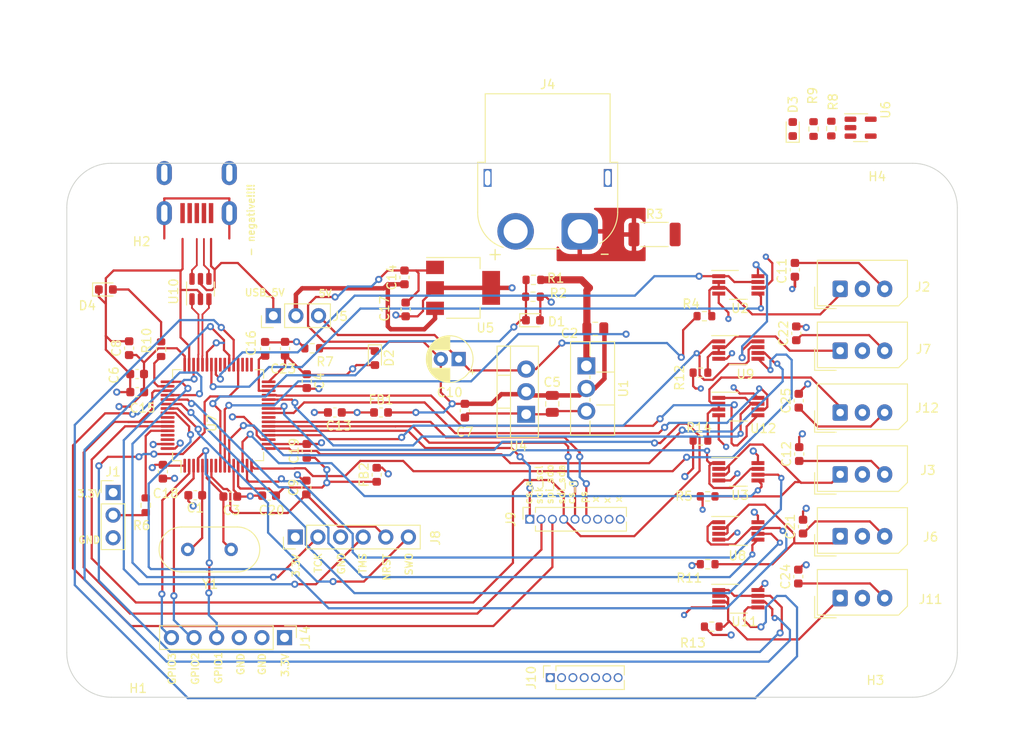
<source format=kicad_pcb>
(kicad_pcb (version 20221018) (generator pcbnew)
  (layers (0 "F.Cu" signal) (1 "In1.Cu" power) (2 "In2.Cu" power) (31 "B.Cu" signal) (34 "B.Paste" user) (35 "F.Paste" user) (36 "B.SilkS" user "B.Silkscreen") (37 "F.SilkS" user "F.Silkscreen") (38 "B.Mask" user) (39 "F.Mask" user) (44 "Edge.Cuts" user))
  (net 0 "")
  (net 1 "GND")
  (net 2 "+12V")
  (net 3 "/PWR_GND")
  (net 4 "+6V")
  (net 5 "+5V")
  (net 6 "/power")
  (net 7 "+3.3V")
  (net 8 "+3.3VA")
  (net 9 "/NRST")
  (net 10 "/PH0-OSC_IN")
  (net 11 "/PH1-OSC_OUT")
  (net 12 "/MOTOR_DATA1")
  (net 13 "/MOTOR_DATA2")
  (net 14 "/MOTOR_DATA3")
  (net 15 "/MOTOR_DATA4")
  (net 16 "/MOTOR_DATA5")
  (net 17 "/MOTOR_DATA6")
  (net 18 "VBUS")
  (net 19 "/CS_ACCEL")
  (net 20 "/SCK_SCL")
  (net 21 "/TCK")
  (net 22 "/TMS")
  (net 23 "/SWO")
  (net 24 "/USB_CONN_D-")
  (net 25 "/USB_CONN_D+")
  (net 26 "/BOOT0")
  (net 27 "/USART1_DIR")
  (net 28 "/USART1_TX")
  (net 29 "/USART1_RX")
  (net 30 "/USART2_DIR")
  (net 31 "/USART2_TX")
  (net 32 "/USART2_RX")
  (net 33 "/USART3_DIR")
  (net 34 "/USART3_TX")
  (net 35 "/USART3_RX")
  (net 36 "/USART4_DIR")
  (net 37 "/USART4_TX")
  (net 38 "/USART4_RX")
  (net 39 "/USART5_DIR")
  (net 40 "/USART5_TX")
  (net 41 "/USART5_RX")
  (net 42 "/USART6_DIR")
  (net 43 "/USART6_TX")
  (net 44 "/USART6_RX")
  (net 45 "/USB_D+")
  (net 46 "/USB_D-")
  (net 47 "Net-(U7-VCAP_1)")
  (net 48 "Net-(D2-K)")
  (net 49 "Net-(D4-A)")
  (net 50 "Net-(J1-Pin_2)")
  (net 51 "/SPI_SDO")
  (net 52 "/SDI_SDA")
  (net 53 "/CS_GYRO")
  (net 54 "/PS")
  (net 59 "unconnected-(J13-Shield-Pad6)")
  (net 60 "Net-(U7-PA15)")
  (net 61 "Net-(R8-Pad1)")
  (net 73 "/V_bat_read")
  (net 74 "/V_shunt_read")
  (net 75 "/GPIO1")
  (net 76 "/GPIO2")
  (net 77 "/GPIO3")
  (footprint "Connector_PinSocket_1.27mm:PinSocket_1x07_P1.27mm_Vertical" (layer "F.Cu") (at 84.29 83.8 90)
    (fp_text reference "J10")
    (fp_text value "Conn_01x07_Socket")
  )
  (footprint "Package_TO_SOT_SMD:SOT-23-5" (layer "F.Cu") (at 119.1375 22)
    (fp_text reference "U6")
    (fp_text value "INA180A1")
  )
  (footprint "Capacitor_THT:CP_Radial_D5.0mm_P2.00mm" (layer "F.Cu") (at 74 48 180)
    (fp_text reference "C10")
    (fp_text value "2.2uF electrolytic")
  )
  (footprint "Resistor_SMD:R_0603_1608Metric" (layer "F.Cu") (at 40.5892 46.8884 -90)
    (fp_text reference "R10")
    (fp_text value "1k")
  )
  (footprint "Capacitor_SMD:C_0805_2012Metric" (layer "F.Cu") (at 84.515 53.0352 90)
    (fp_text reference "C5")
    (fp_text value "22uF/16V" hide)
  )
  (footprint "Connector_PinHeader_2.54mm:PinHeader_1x03_P2.54mm_Vertical" (layer "F.Cu") (at 53.1876 43.1292 90)
    (fp_text reference "J5")
    (fp_text value "Conn_01x03_Male" hide)
  )
  (footprint "Connector_AMASS:AMASS_XT60PW-F_1x02_P7.20mm_Horizontal" (layer "F.Cu") (at 87.6 33.65)
    (fp_text reference "J4")
    (fp_text value "Screw_Terminal_01x02")
  )
  (footprint "Package_TO_SOT_THT:TO-220-3_Vertical" (layer "F.Cu") (at 81.5848 54.2036 90)
    (fp_text reference "U4")
    (fp_text value "LF50ABV_TO220" hide)
  )
  (footprint "Capacitor_SMD:C_0603_1608Metric" (layer "F.Cu") (at 48.3616 63.4492)
    (fp_text reference "C3")
    (fp_text value "20pF")
  )
  (footprint "Resistor_SMD:R_0603_1608Metric" (layer "F.Cu") (at 115.8471 22.1016 -90)
    (fp_text reference "R8")
    (fp_text value "30k" hide)
  )
  (footprint "Package_TO_SOT_THT:TO-220F-3_Vertical" (layer "F.Cu") (at 88.3412 48.768 -90)
    (fp_text reference "U1")
    (fp_text value "PX07806-500-S")
  )
  (footprint "Resistor_SMD:R_2010_5025Metric" (layer "F.Cu") (at 96 34)
    (fp_text reference "R3")
    (fp_text value "5m")
  )
  (footprint "Capacitor_SMD:C_0603_1608Metric" (layer "F.Cu") (at 56.9468 58.3184 90)
    (fp_text reference "C19")
    (fp_text value "10nF")
  )
  (footprint "MountingHole:MountingHole_3.2mm_M3" (layer "F.Cu") (at 125 31)
    (fp_text reference "H4")
    (fp_text value "MountingHole" hide)
  )
  (footprint "Capacitor_SMD:C_0603_1608Metric" (layer "F.Cu") (at 56.9468 50.475 -90)
    (fp_text reference "C4")
    (fp_text value "10uF")
  )
  (footprint "Resistor_SMD:R_0603_1608Metric" (layer "F.Cu") (at 57.5564 46.7868 180)
    (fp_text reference "R7")
    (fp_text value "1k")
  )
  (footprint "Connector_Molex:Molex_SPOX_5267-03A_1x03_P2.50mm_Vertical" (layer "F.Cu") (at 116.84 74.86)
    (fp_text reference "J11")
    (fp_text value "Conn_01x03_Male")
  )
  (footprint "Package_QFP:LQFP-64_10x10mm_P0.5mm" (layer "F.Cu") (at 46.99 54.3052 90)
    (fp_text reference "U7")
    (fp_text value "STM32F446RETx")
  )
  (footprint "Capacitor_SMD:C_0805_2012Metric" (layer "F.Cu") (at 89.35 44.6)
    (fp_text reference "C2")
    (fp_text value "10uF/50V" hide)
  )
  (footprint "MountingHole:MountingHole_3.2mm_M3" (layer "F.Cu") (at 35 31)
    (fp_text reference "H2")
    (fp_text value "MountingHole")
  )
  (footprint "Package_SO:VSSOP-8_3.0x3.0mm_P0.65mm" (layer "F.Cu") (at 105.41 53.34)
    (fp_text reference "U12")
    (fp_text value "74LVC2G241" hide)
  )
  (footprint "Capacitor_SMD:C_0603_1608Metric" (layer "F.Cu") (at 56.896 62.4332 90)
    (fp_text reference "C9")
    (fp_text value "0.1uF")
  )
  (footprint "Connector_Molex:Molex_SPOX_5267-03A_1x03_P2.50mm_Vertical" (layer "F.Cu") (at 116.84 54.01)
    (fp_text reference "J12")
    (fp_text value "Conn_01x03_Male")
  )
  (footprint "Capacitor_SMD:C_0603_1608Metric" (layer "F.Cu") (at 44.425 63.3 180)
    (fp_text reference "C1")
    (fp_text value "20pF")
  )
  (footprint "Connector_PinSocket_1.27mm:PinSocket_1x09_P1.27mm_Vertical" (layer "F.Cu") (at 81.99 66 90)
    (fp_text reference "J9")
    (fp_text value "Conn_01x09_Socket")
  )
  (footprint "LED_SMD:LED_0603_1608Metric" (layer "F.Cu") (at 34.3866 40.1828)
    (fp_text reference "D4")
    (fp_text value "GREEN")
  )
  (footprint "Package_TO_SOT_SMD:SOT-223-3_TabPin2" (layer "F.Cu") (at 74.5 40)
    (fp_text reference "U5")
    (fp_text value "LD1117AS33TR_SOT223" hide)
  )
  (footprint "Connector_Molex:Molex_SPOX_5267-03A_1x03_P2.50mm_Vertical" (layer "F.Cu") (at 116.84 60.96)
    (fp_text reference "J3")
    (fp_text value "Conn_01x03_Male")
  )
  (footprint "Resistor_SMD:R_0603_1608Metric" (layer "F.Cu") (at 101.155 49.53)
    (fp_text reference "R12")
    (fp_text value "10k" hide)
  )
  (footprint "Connector_Molex:Molex_SPOX_5267-03A_1x03_P2.50mm_Vertical" (layer "F.Cu") (at 116.84 40.11)
    (fp_text reference "J2")
    (fp_text value "Conn_01x03_Male")
  )
  (footprint "Resistor_SMD:R_0603_1608Metric" (layer "F.Cu") (at 82.3976 39.1 180)
    (fp_text reference "R1")
    (fp_text value "30k" hide)
  )
  (footprint "Diode_SMD:D_0603_1608Metric" (layer "F.Cu") (at 82.3468 43.6372)
    (fp_text reference "D1")
    (fp_text value "3.3v")
  )
  (footprint "Capacitor_SMD:C_0603_1608Metric" (layer "F.Cu") (at 68.05 42.425 90)
    (fp_text reference "C17")
    (fp_text value "10uF")
  )
  (footprint "Capacitor_SMD:C_0603_1608Metric" (layer "F.Cu") (at 112.141 72.4408 90)
    (fp_text reference "C24")
    (fp_text value "0.1uF")
  )
  (footprint "Resistor_SMD:R_0603_1608Metric" (layer "F.Cu") (at 113.8543 22.1524 90)
    (fp_text reference "R9")
    (fp_text value "10k" hide)
  )
  (footprint "Capacitor_SMD:C_0603_1608Metric" (layer "F.Cu") (at 111.9124 45.1104 90)
    (fp_text reference "C22")
    (fp_text value "0.1uF")
  )
  (footprint "Diode_SMD:D_0603_1608Metric" (layer "F.Cu") (at 111.5175 22.1524 90)
    (fp_text reference "D3")
    (fp_text value "3.3v" hide)
  )
  (footprint "Inductor_SMD:L_0603_1608Metric" (layer "F.Cu") (at 64.8 61 90)
    (fp_text reference "FB2")
    (fp_text value "30R/1.8A")
  )
  (footprint "Resistor_SMD:R_0603_1608Metric" (layer "F.Cu") (at 38.862 64.4266 90)
    (fp_text reference "R6")
    (fp_text value "10k")
  )
  (footprint "Capacitor_SMD:C_0603_1608Metric" (layer "F.Cu") (at 111.76 37.973 -90)
    (fp_text reference "C11")
    (fp_text value "0.1uF")
  )
  (footprint "Resistor_SMD:R_0603_1608Metric" (layer "F.Cu") (at 82.3468 40.9956)
    (fp_text reference "R2")
    (fp_text value "10k" hide)
  )
  (footprint "Connector_PinHeader_2.54mm:PinHeader_1x03_P2.54mm_Vertical" (layer "F.Cu") (at 35.2 63)
    (fp_text reference "J1")
    (fp_text value "Conn_01x03_Male")
  )
  (footprint "Capacitor_SMD:C_0603_1608Metric" (layer "F.Cu") (at 52.2732 46.8506 90)
    (fp_text reference "C16")
    (fp_text value "4.7uF" hide)
  )
  (footprint "MountingHole:MountingHole_3.2mm_M3" (layer "F.Cu") (at 125 81)
    (fp_text reference "H3")
    (fp_text value "MountingHole")
  )
  (footprint "Capacitor_SMD:C_0603_1608Metric" (layer "F.Cu") (at 52.7174 63.3476 180)
    (fp_text reference "C20")
    (fp_text value "1uF")
  )
  (footprint "Capacitor_SMD:C_0603_1608Metric" (layer "F.Cu") (at 112.2426 58.674 90)
    (fp_text reference "C12")
    (fp_text value "0.1uF")
  )
  (footprint "Resistor_SMD:R_0603_1608Metric" (layer "F.Cu") (at 101.965 63.43)
    (fp_text reference "R5")
    (fp_text value "10k" hide)
  )
  (footprint "Connector_PinHeader_2.54mm:PinHeader_1x06_P2.54mm_Vertical" (layer "F.Cu") (at 55.66 68 90)
    (fp_text reference "J8")
    (fp_text value "JTAG Conn_01x06_Male")
  )
  (footprint "Capacitor_SMD:C_0603_1608Metric" (layer "F.Cu") (at 112.1918 52.6796 90)
    (fp_text reference "C25")
    (fp_text value "0.1uF")
  )
  (footprint "USB-Library:USB_MINI" (layer "F.Cu") (at 44.6 29 180)
    (fp_text reference "J13" hide)
    (fp_text value "USB_B_Mini" hide)
  )
  (footprint "Connector_Molex:Molex_SPOX_5267-03A_1x03_P2.50mm_Vertical" (layer "F.Cu") (at 116.84 67.91)
    (fp_text reference "J6")
    (fp_text value "Conn_01x03_Male")
  )
  (footprint "Capacitor_SMD:C_0603_1608Metric" (layer "F.Cu") (at 40.7924 60.6552 -90)
    (fp_text reference "C18")
    (fp_text value "0.1uF" hide)
  )
  (footprint "Resistor_SMD:R_0603_1608Metric" (layer "F.Cu") (at 101.155 57.15)
    (fp_text reference "R14")
    (fp_text value "10k")
  )
  (footprint "Package_SO:VSSOP-8_3.0x3.0mm_P0.65mm" (layer "F.Cu") (at 105.41 46.99)
    (fp_text reference "U9")
    (fp_text value "74LVC2G241")
  )
  (footprint "LED_SMD:LED_0603_1608Metric" (layer "F.Cu") (at 64.6 47.8875 -90)
    (fp_text reference "D2")
    (fp_text value "RED" hide)
  )
  (footprint "Capacitor_SMD:C_0603_1608Metric" (layer "F.Cu") (at 67.9196 38.8242 90)
    (fp_text reference "C14")
    (fp_text value "0.1uF")
  )
  (footprint "Capacitor_SMD:C_0603_1608Metric" (layer "F.Cu") (at 37 46.775 90)
    (fp_text reference "C8")
    (fp_text value "0.1uF")
  )
  (footprint "Capacitor_SMD:C_0603_1608Metric" (layer "F.Cu") (at 74.7 53.8 90)
    (fp_text reference "C7")
    (fp_text value "0.1uF" hide)
  )
  (footprint "Capacitor_SMD:C_0603_1608Metric" (layer "F.Cu") (at 54.5084 46.8376 90)
    (fp_text reference "C23")
    (fp_text value "1uF")
  )
  (footprint "Package_SO:VSSOP-8_3.0x3.0mm_P0.65mm" (layer "F.Cu") (at 105.41 67.31)
    (fp_text reference "U8")
    (fp_text value "74LVC2G241")
  )
  (footprint "Resistor_SMD:R_0603_1608Metric" (layer "F.Cu") (at 102.425 78.07)
    (fp_text reference "R13")
    (fp_text value "10k" hide)
  )
  (footprint "Inductor_SMD:L_0603_1608Metric" (layer "F.Cu") (at 65.2875 54)
    (fp_text reference "FB1")
    (fp_text value "30R/1.8A")
  )
  (footprint "Resistor_SMD:R_0603_1608Metric" (layer "F.Cu") (at 101.965 71.05)
    (fp_text reference "R11")
    (fp_text value "10k")
  )
  (footprint "MountingHole:MountingHole_3.2mm_M3" (layer "F.Cu") (at 35 81)
    (fp_text reference "H1")
    (fp_text value "MountingHole" hide)
  )
  (footprint "Capacitor_SMD:C_0603_1608Metric" (layer "F.Cu") (at 37.9098 51.7144 180)
    (fp_text reference "C15")
    (fp_text value "0.1uF")
  )
  (footprint "Package_SO:VSSOP-8_3.0x3.0mm_P0.65mm" (layer "F.Cu") (at 105.41 60.665)
    (fp_text reference "U3")
    (fp_text value "74LVC2G241" hide)
  )
  (footprint "Capacitor_SMD:C_0603_1608Metric" (layer "F.Cu") (at 37.8968 49.6824 180)
    (fp_text reference "C6")
    (fp_text value "0.1uF")
  )
  (footprint "Capacitor_SMD:C_0603_1608Metric" (layer "F.Cu") (at 60.1 54)
    (fp_text reference "C13")
    (fp_text value "0.1uF")
  )
  (footprint "Capacitor_SMD:C_0603_1608Metric" (layer "F.Cu") (at 112.6744 66.8274 90)
    (fp_text reference "C21")
    (fp_text value "0.1uF")
  )
  (footprint "Package_SO:VSSOP-8_3.0x3.0mm_P0.65mm" (layer "F.Cu") (at 105.41 39.665)
    (fp_text reference "U2")
    (fp_text value "74LVC2G241" hide)
  )
  (footprint "Crystal:Crystal_HC49-U_Vertical" (layer "F.Cu") (at 43.5748 69.3928)
    (fp_text reference "Y1")
    (fp_text value "8MHz")
  )
  (footprint "Connector_PinHeader_2.54mm:PinHeader_1x06_P2.54mm_Vertical" (layer "F.Cu") (at 54.45 79.3 -90)
    (fp_text reference "J14")
    (fp_text value "JTAG Conn_01x06_Male")
  )
  (footprint "Resistor_SMD:R_0603_1608Metric" (layer "F.Cu") (at 101.6 43.18)
    (fp_text reference "R4")
    (fp_text value "10k")
  )
  (footprint "Package_TO_SOT_SMD:SOT-23-6" (layer "F.Cu") (at 45.0088 40.132 90)
    (fp_text reference "U10")
    (fp_text value "USBLC6-4SC6")
  )
  (footprint "Package_SO:VSSOP-8_3.0x3.0mm_P0.65mm" (layer "F.Cu") (at 105.41 74.93)
    (fp_text reference "U11")
    (fp_text value "74LVC2G241")
  )
  (footprint "Connector_Molex:Molex_SPOX_5267-03A_1x03_P2.50mm_Vertical" (layer "F.Cu") (at 116.84 47.06)
    (fp_text reference "J7")
    (fp_text value "Conn_01x03_Male")
  )
  (gr_line (start 130 31) (end 130 81) (stroke (width 0.1)) (layer "Edge.Cuts"))
  (gr_arc (start 125 26) (mid 128.535533 27.464466) (end 130 31) (stroke (width 0.1)) (layer "Edge.Cuts"))
  (gr_line (start 125 86) (end 35 86) (stroke (width 0.1)) (layer "Edge.Cuts"))
  (gr_line (start 30 31) (end 30 81) (stroke (width 0.1)) (layer "Edge.Cuts"))
  (gr_arc (start 130 81) (mid 128.535534 84.535533) (end 125 86) (stroke (width 0.1)) (layer "Edge.Cuts"))
  (gr_arc (start 30 31) (mid 31.464466 27.464467) (end 35 26) (stroke (width 0.1)) (layer "Edge.Cuts"))
  (gr_arc (start 35 86) (mid 31.464467 84.535534) (end 30 81) (stroke (width 0.1)) (layer "Edge.Cuts"))
  (gr_line (start 35 26) (end 125 26) (stroke (width 0.1)) (layer "Edge.Cuts"))
  (gr_text "GPIO2" (at 44.9 84.7 90) (layer "F.SilkS") (effects (font (size 0.8 0.8) (thickness 0.15) bold) (justify left bottom)))
  (gr_text "TCK" (at 58.7 72.1 90) (layer "F.SilkS") (effects (font (size 0.8 0.8)) (justify left bottom)))
  (gr_text "3.3V" (at 56.2 72.6 90) (layer "F.SilkS") (effects (font (size 0.8 0.8)) (justify left bottom)))
  (gr_text "x" (at 92.4 64.2 90) (layer "F.SilkS") (effects (font (size 0.8 0.8)) (justify left bottom)))
  (gr_text "GND" (at 31.2 68.8) (layer "F.SilkS") (effects (font (size 0.8 0.8)) (justify left bottom)))
  (gr_text "sdi_sda" (at 86 64.4 90) (layer "F.SilkS") (effects (font (size 0.8 0.8)) (justify left bottom)))
  (gr_text "NRST" (at 66.4 73 90) (layer "F.SilkS") (effects (font (size 0.8 0.8)) (justify left bottom)))
  (gr_text "- negative!!!!" (at 51.15 36.55 90) (layer "F.SilkS") (effects (font (size 0.8 0.8)) (justify left bottom)))
  (gr_text "ps" (at 88.5 64.3 90) (layer "F.SilkS") (effects (font (size 0.8 0.8)) (justify left bottom)))
  (gr_text "SWO" (at 68.9 72.4 90) (layer "F.SilkS") (effects (font (size 0.8 0.8)) (justify left bottom)))
  (gr_text "cs_a" (at 82.3 64.4 90) (layer "F.SilkS") (effects (font (size 0.8 0.8)) (justify left bottom)))
  (gr_text "GND" (at 50 83.6 90) (layer "F.SilkS") (effects (font (size 0.8 0.8)) (justify left bottom)))
  (gr_text "GND" (at 61.3 72.3 90) (layer "F.SilkS") (effects (font (size 0.8 0.8)) (justify left bottom)))
  (gr_text "spi_sdo" (at 84.7 64.4 90) (layer "F.SilkS") (effects (font (size 0.8 0.8)) (justify left bottom)))
  (gr_text "x" (at 89.8 64.2 90) (layer "F.SilkS") (effects (font (size 0.8 0.8)) (justify left bottom)))
  (gr_text "GND" (at 52.4 83.6 90) (layer "F.SilkS") (effects (font (size 0.8 0.8)) (justify left bottom)))
  (gr_text "3.3V" (at 31.1 63.6) (layer "F.SilkS") (effects (font (size 0.8 0.8)) (justify left bottom)))
  (gr_text "GPIO1" (at 47.5 84.6 90) (layer "F.SilkS") (effects (font (size 0.8 0.8)) (justify left bottom)))
  (gr_text "cs_g" (at 87.1 64.4 90) (layer "F.SilkS") (effects (font (size 0.8 0.8)) (justify left bottom)))
  (gr_text "USB_5V" (at 49.9 41) (layer "F.SilkS") (effects (font (size 0.8 0.8)) (justify left bottom)))
  (gr_text "TMS" (at 63.7 72.2 90) (layer "F.SilkS") (effects (font (size 0.8 0.8)) (justify left bottom)))
  (gr_text "3.3V" (at 55 83.8 90) (layer "F.SilkS") (effects (font (size 0.8 0.8) (thickness 0.15) bold) (justify left bottom)))
  (gr_text "5V" (at 58.2 41.1) (layer "F.SilkS") (effects (font (size 0.8 0.8)) (justify left bottom)))
  (gr_text "x" (at 91.1 64.3 90) (layer "F.SilkS") (effects (font (size 0.8 0.8)) (justify left bottom)))
  (gr_text "sck_scl" (at 83.5 64.4 90) (layer "F.SilkS") (effects (font (size 0.8 0.8)) (justify left bottom)))
  (gr_text "GPIO3" (at 42.3 84.7 90) (layer "F.SilkS") (effects (font (size 0.8 0.8)) (justify left bottom)))
  (segment (start 43.74 46.534) (end 43.74 48.6302) (width 0.25) (layer "F.Cu") (net 1))
  (segment (start 56.896 61.6582) (end 56.5582 61.6582) (width 0.25) (layer "F.Cu") (net 1))
  (segment (start 42.7736 40.2336) (end 42.7736 45.5676) (width 0.25) (layer "F.Cu") (net 1))
  (segment (start 58.598298 57.401702) (end 58.4 57.6) (width 0.25) (layer "F.Cu") (net 1))
  (segment (start 58.600996 57.401702) (end 58.459298 57.5434) (width 0.25) (layer "F.Cu") (net 1))
  (segment (start 45.0088 41.2695) (end 45.0088 40.607) (width 0.25) (layer "F.Cu") (net 1))
  (segment (start 105.3 60.8584) (end 104.5184 61.64) (width 0.25) (layer "F.Cu") (net 1))
  (segment (start 112.4842 45.3136) (end 120.0936 45.3136) (width 0.25) (layer "F.Cu") (net 1))
  (segment (start 50.5508 63.4492) (end 50.6 63.4) (width 0.25) (layer "F.Cu") (net 1))
  (segment (start 42.7736 45.5676) (end 43.74 46.534) (width 0.25) (layer "F.Cu") (net 1))
  (segment (start 35.2552 38.0492) (end 34.3866 38.9178) (width 0.25) (layer "F.Cu") (net 1))
  (segment (start 43 34.5) (end 43 37.8736) (width 0.25) (layer "F.Cu") (net 1))
  (segment (start 62.6 54) (end 64.4125 54) (width 0.25) (layer "F.Cu") (net 1))
  (segment (start 118.928 37.198) (end 121.84 40.11) (width 0.25) (layer "F.Cu") (net 1))
  (segment (start 112.2426 59.449) (end 120.329 59.449) (width 0.25) (layer "F.Cu") (net 1))
  (segment (start 103.21 41.6912) (end 104.2924 42.7736) (width 0.25) (layer "F.Cu") (net 1))
  (segment (start 34.3866 45.4) (end 34.3866 46.9472) (width 0.25) (layer "F.Cu") (net 1))
  (segment (start 104.2318 68.285) (end 103.21 68.285) (width 0.25) (layer "F.Cu") (net 1))
  (segment (start 39.7 57.6) (end 39.7448 57.5552) (width 0.25) (layer "F.Cu") (net 1))
  (segment (start 37.1218 51.7014) (end 37.1348 51.7144) (width 0.25) (layer "F.Cu") (net 1))
  (segment (start 112.1918 53.4546) (end 114.3124 55.5752) (width 0.25) (layer "F.Cu") (net 1))
  (segment (start 40.8226 61.4) (end 40.7924 61.4302) (width 0.25) (layer "F.Cu") (net 1))
  (segment (start 103.21 57.0328) (end 103.21 54.315) (width 0.25) (layer "F.Cu") (net 1))
  (segment (start 34.3866 41.8) (end 34.3866 45.4) (width 0.25) (layer "F.Cu") (net 1))
  (segment (start 43 37.8736) (end 42.7736 38.1) (width 0.25) (layer "F.Cu") (net 1))
  (segment (start 50.6524 63.3476) (end 50.6 63.4) (width 0.25) (layer "F.Cu") (net 1))
  (segment (start 83.1718 43.5997) (end 83.1343 43.6372) (width 0.25) (layer "F.Cu") (net 1))
  (segment (start 49.1366 63.4492) (end 50.5508 63.4492) (width 0.25) (layer "F.Cu") (net 1))
  (segment (start 48.74 62.713386) (end 49.1366 63.109986) (width 0.25) (layer "F.Cu") (net 1))
  (segment (start 34.3866 45.4) (end 34.9866 46) (width 0.25) (layer "F.Cu") (net 1))
  (segment (start 104.0384 57.8612) (end 103.21 57.0328) (width 0.25) (layer "F.Cu") (net 1))
  (segment (start 120.329 59.449) (end 121.84 60.96) (width 0.25) (layer "F.Cu") (net 1))
  (segment (start 56.935 57.5552) (end 56.9468 57.5434) (width 0.25) (layer "F.Cu") (net 1))
  (segment (start 112.6744 67.6024) (end 114.0336 66.2432) (width 0.25) (layer "F.Cu") (net 1))
  (segment (start 114.3124 55.5752) (end 120.2748 55.5752) (width 0.25) (layer "F.Cu") (net 1))
  (segment (start 103.21 40.64) (end 103.21 41.6912) (width 0.25) (layer "F.Cu") (net 1))
  (segment (start 112.141 73.2158) (end 120.1958 73.2158) (width 0.25) (layer "F.Cu") (net 1))
  (segment (start 42.7736 40.2336) (end 42.7736 38.1) (width 0.25) (layer "F.Cu") (net 1))
  (segment (start 52.665 57.5552) (end 56.935 57.5552) (width 0.25) (layer "F.Cu") (net 1))
  (segment (start 120.1732 66.2432) (end 121.84 67.91) (width 0.25) (layer "F.Cu") (net 1))
  (segment (start 104.5184 61.64) (end 103.21 61.64) (width 0.25) (layer "F.Cu") (net 1))
  (segment (start 120.1958 73.2158) (end 121.84 74.86) (width 0.25) (layer "F.Cu") (net 1))
  (segment (start 62.6 54) (end 60.875 54) (width 0.25) (layer "F.Cu") (net 1))
  (segment (start 54.4446 46.1264) (end 54.5084 46.0626) (width 0.25) (layer "F.Cu") (net 1))
  (segment (start 56.5286 51.0552) (end 52.665 51.0552) (width 0.25) (layer "F.Cu") (net 1))
  (segment (start 44.6354 40.2336) (end 42.7736 40.2336) (width 0.25) (layer "F.Cu") (net 1))
  (segment (start 103.21 47.965) (end 104.0794 47.965) (width 0.25) (layer "F.Cu") (net 1))
  (segment (start 55.8 46.0626) (end 56.0072 46.0626) (width 0.25) (layer "F.Cu") (net 1))
  (segment (start 100.1678 75.905) (end 103.21 75.905) (width 0.25) (layer "F.Cu") (net 1))
  (segment (start 104.0794 47.965) (end 104.6988 47.3456) (width 0.25) (layer "F.Cu") (net 1))
  (segment (start 58.459298 57.5434) (end 56.9468 57.5434) (width 0.25) (layer "F.Cu") (net 1))
  (segment (start 42.8244 38.0492) (end 35.2552 38.0492) (width 0.25) (layer "F.Cu") (net 1))
  (segment (start 34.3866 38.9178) (end 34.3866 41.8) (width 0.25) (layer "F.Cu") (net 1))
  (segment (start 58.600996 57.401702) (end 58.598298 57.401702) (width 0.25) (layer "F.Cu") (net 1))
  (segment (start 56.5582 61.6582) (end 55.9 61) (width 0.25) (layer "F.Cu") (net 1))
  (segment (start 43.65 63.95) (end 44.2 64.5) (width 0.25) (layer "F.Cu") (net 1))
  (segment (start 105.3 67.5) (end 105.0168 67.5) (width 0.25) (layer "F.Cu") (net 1))
  (segment (start 54.5084 46.0626) (end 56.0072 46.0626) (width 0.25) (layer "F.Cu") (net 1))
  (segment (start 49.1366 63.109986) (end 49.1366 63.4492) (width 0.25) (layer "F.Cu") (net 1))
  (segment (start 111.9124 45.8854) (end 112.4842 45.3136) (width 0.25) (layer "F.Cu") (net 1))
  (segment (start 45.0088 40.607) (end 44.6354 40.2336) (width 0.25) (layer "F.Cu") (net 1))
  (segment (start 37.1218 49.6824) (end 37.1218 51.7014) (width 0.25) (layer "F.Cu") (net 1))
  (segment (start 58.3 51.334) (end 56.8074 51.334) (width 0.25) (layer "F.Cu") (net 1))
  (segment (start 105.0168 67.5) (end 104.2318 68.285) (width 0.25) (layer "F.Cu") (net 1))
  (segment (start 83.7956 40.9956) (end 84.4 41.6) (width 0.25) (layer "F.Cu") (net 1))
  (segment (start 111.76 37.198) (end 118.928 37.198) (width 0.25) (layer "F.Cu") (net 1))
  (segment (start 43.65 63.3) (end 43.65 63.95) (width 0.25) (layer "F.Cu") (net 1))
  (segment (start 51.9424 63.3476) (end 50.6524 63.3476) (width 0.25) (layer "F.Cu") (net 1))
  (segment (start 42.7736 38.1) (end 42.8244 38.0492) (width 0.25) (layer "F.Cu") (net 1))
  (segment (start 52.2732 46.1264) (end 54.4446 46.1264) (width 0.25) (layer "F.Cu") (net 1))
  (segment (start 56.8074 51.334) (end 56.5286 51.0552) (width 0.25) (layer "F.Cu") (net 1))
  (segment (start 83.1718 40.9956) (end 83.7956 40.9956) (width 0.25) (layer "F.Cu") (net 1))
  (segment (start 114.0336 66.2432) (end 120.1732 66.2432) (width 0.25) (layer "F.Cu") (net 1))
  (segment (start 33.5991 40.1828) (end 33.5991 41.0125) (width 0.25) (layer "F.Cu") (net 1))
  (segment (start 48.74 59.9802) (end 48.74 62.713386) (width 0.25) (layer "F.Cu") (net 1))
  (segment (start 35.6108 51.7144) (end 37.1348 51.7144) (width 0.25) (layer "F.Cu") (net 1))
  (segment (start 104.2924 42.7736) (end 104.2924 43.4848) (width 0.25) (layer "F.Cu") (net 1))
  (segment (start 56.0072 46.0626) (end 56.7314 46.7868) (width 0.25) (layer "F.Cu") (net 1))
  (segment (start 120.0936 45.3136) (end 121.84 47.06) (width 0.25) (layer "F.Cu") (net 1))
  (segment (start 83.1718 40.9956) (end 83.1718 43.5997) (width 0.25) (layer "F.Cu") (net 1))
  (segment (start 99.314 76.7588) (end 100.1678 75.905) (width 0.25) (layer "F.Cu") (net 1))
  (segment (start 33.5991 41.0125) (end 34.3866 41.8) (width 0.25) (layer "F.Cu") (net 1))
  (segment (start 39.7448 57.5552) (end 41.315 57.5552) (width 0.25) (layer "F.Cu") (net 1))
  (segment (start 42.1 61.4) (end 40.8226 61.4) (width 0.25) (layer "F.Cu") (net 1))
  (segment (start 120.2748 55.5752) (end 121.84 54.01) (width 0.25) (layer "F.Cu") (net 1))
  (segment (start 34.9866 46) (end 37 46) (width 0.25) (layer "F.Cu") (net 1))
  (segment (start 34.3866 46.9472) (end 37.1218 49.6824) (width 0.25) (layer "F.Cu") (net 1))
  (via (at 58.3 51.334) (size 0.8) (drill 0.4) (layers "F.Cu" "B.Cu") (net 1))
  (via (at 84.4 41.6) (size 0.8) (drill 0.4) (layers "F.Cu" "B.Cu") (net 1))
  (via (at 104.6988 47.3456) (size 0.7) (drill 0.3) (layers "F.Cu" "B.Cu") (net 1))
  (via (at 58.600996 57.401702) (size 0.8) (drill 0.4) (layers "F.Cu" "B.Cu") (net 1))
  (via (at 42.1 61.4) (size 0.8) (drill 0.4) (layers "F.Cu" "B.Cu") (net 1))
  (via (at 105.3 60.8584) (size 0.7) (drill 0.3) (layers "F.Cu" "B.Cu") (net 1))
  (via (at 44.2 64.5) (size 0.8) (drill 0.4) (layers "F.Cu" "B.Cu") (net 1))
  (via (at 62.6 54) (size 0.8) (drill 0.4) (layers "F.Cu" "B.Cu") (net 1))
  (via (at 50.6 63.4) (size 0.8) (drill 0.4) (layers "F.Cu" "B.Cu") (net 1))
  (via (at 104.2924 43.4848) (size 0.7) (drill 0.3) (layers "F.Cu" "B.Cu") (net 1))
  (via (at 99.314 76.7588) (size 0.7) (drill 0.3) (layers "F.Cu" "B.Cu") (net 1))
  (via (at 35.6108 51.7144) (size 0.8) (drill 0.4) (layers "F.Cu" "B.Cu") (net 1))
  (via (at 55.8 46.0626) (size 0.8) (drill 0.4) (layers "F.Cu" "B.Cu") (net 1))
  (via (at 104.0384 57.8612) (size 0.7) (drill 0.3) (layers "F.Cu" "B.Cu") (net 1))
  (via (at 55.9 61) (size 0.8) (drill 0.4) (layers "F.Cu" "B.Cu") (net 1))
  (via (at 105.3 67.5) (size 0.7) (drill 0.3) (layers "F.Cu" "B.Cu") (net 1))
  (via (at 39.7 57.6) (size 0.8) (drill 0.4) (layers "F.Cu" "B.Cu") (net 1))
  (segment (start 88.3412 48.768) (end 88.0516 48.4784) (width 0.8) (layer "F.Cu") (net 2))
  (segment (start 112.9154 44.3354) (end 113.03 44.45) (width 0.25) (layer "F.Cu") (net 2))
  (segment (start 88.4 48.7092) (end 88.3412 48.768) (width 0.8) (layer "F.Cu") (net 2))
  (segment (start 111.76 38.748) (end 111.76 39.878) (width 0.3) (layer "F.Cu") (net 2))
  (segment (start 88.4 40.2875) (end 88.6875 40) (width 0.8) (layer "F.Cu") (net 2))
  (segment (start 112.2426 57.899) (end 112.2426 56.7574) (width 0.25) (layer "F.Cu") (net 2))
  (segment (start 112.1918 51.9046) (end 112.1918 51.8082) (width 0.25) (layer "F.Cu") (net 2))
  (segment (start 112.2426 56.7574) (end 112.6 56.4) (width 0.25) (layer "F.Cu") (net 2))
  (segment (start 112.6744 66.0524) (end 112.6744 65.1256) (width 0.25) (layer "F.Cu") (net 2))
  (segment (start 88.4 44.6) (end 88.4 48.7092) (width 0.8) (layer "F.Cu") (net 2))
  (segment (start 88.6875 40) (end 87.7875 39.1) (width 0.8) (layer "F.Cu") (net 2))
  (segment (start 112.6868 71.12) (end 113.03 71.12) (width 0.25) (layer "F.Cu") (net 2))
  (segment (start 112.141 71.6658) (end 112.6868 71.12) (width 0.25) (layer "F.Cu") (net 2))
  (segment (start 112.1918 51.8082) (end 113.2 50.8) (width 0.25) (layer "F.Cu") (net 2))
  (segment (start 111.9124 44.3354) (end 112.9154 44.3354) (width 0.25) (layer "F.Cu") (net 2))
  (segment (start 88.4 44.6) (end 88.4 40.2875) (width 0.8) (layer "F.Cu") (net 2))
  (segment (start 111.76 39.878) (end 111.506 40.132) (width 0.3) (layer "F.Cu") (net 2))
  (segment (start 112.6744 65.1256) (end 113.03 64.77) (width 0.25) (layer "F.Cu") (net 2))
  (segment (start 87.7875 39.1) (end 83.2226 39.1) (width 0.8) (layer "F.Cu") (net 2))
  (via (at 113.2 50.8) (size 0.8) (drill 0.4) (layers "F.Cu" "B.Cu") (net 2))
  (via (at 112.6 56.4) (size 0.8) (drill 0.4) (layers "F.Cu" "B.Cu") (net 2))
  (via (at 111.4552 40.132) (size 0.7) (drill 0.3) (layers "F.Cu" "B.Cu") (net 2))
  (via (at 113.03 64.77) (size 0.8) (drill 0.4) (layers "F.Cu" "B.Cu") (net 2))
  (via (at 113.03 44.45) (size 0.8) (drill 0.4) (layers "F.Cu" "B.Cu") (net 2))
  (via (at 113.03 71.12) (size 0.8) (drill 0.4) (layers "F.Cu" "B.Cu") (net 2))
  (segment (start 88.3412 51.308) (end 87.564 52.0852) (width 0.5) (layer "F.Cu") (net 3))
  (segment (start 57.0926 44.291) (end 58.8516 46.05) (width 0.25) (layer "F.Cu") (net 3))
  (segment (start 88.3412 51.308) (end 89.267 51.308) (width 0.5) (layer "F.Cu") (net 3))
  (segment (start 69.2 54) (end 66.3875 54) (width 0.25) (layer "F.Cu") (net 3))
  (segment (start 73.275 53.025) (end 72 51.75) (width 0.25) (layer "F.Cu") (net 3))
  (segment (start 67.9196 38.0492) (end 70.778 38.0492) (width 0.25) (layer "F.Cu") (net 3))
  (segment (start 84.515 52.0852) (end 82.0064 52.0852) (width 0.5) (layer "F.Cu") (net 3))
  (segment (start 73.275 53.025) (end 74.7 53.025) (width 0.25) (layer "F.Cu") (net 3))
  (segment (start 57.0926 41.9074) (end 57.0926 44.291) (width 0.25) (layer "F.Cu") (net 3))
  (segment (start 68.8 41) (end 68.8152 41) (width 0.25) (layer "F.Cu") (net 3))
  (segment (start 66.0258 38.0492) (end 67.9196 38.0492) (width 0.25) (layer "F.Cu") (net 3))
  (segment (start 87.564 52.0852) (end 84.515 52.0852) (width 0.5) (layer "F.Cu") (net 3))
  (segment (start 70.05 46.05) (end 72 48) (width 0.25) (layer "F.Cu") (net 3))
  (segment (start 68.8152 41) (end 69.5 40.3152) (width 0.25) (layer "F.Cu") (net 3))
  (segment (start 66.3875 54) (end 66.1875 53.8) (width 0.25) (layer "F.Cu") (net 3))
  (segment (start 90.375 50.2) (end 90.375 44.675) (width 0.5) (layer "F.Cu") (net 3))
  (segment (start 65.025 39.05) (end 66.0258 38.0492) (width 0.25) (layer "F.Cu") (net 3))
  (segment (start 77.725 53.025) (end 74.7 53.025) (width 0.5) (layer "F.Cu") (net 3))
  (segment (start 81.2984 51.95) (end 78.8 51.95) (width 0.5) (layer "F.Cu") (net 3))
  (segment (start 69.5 38.3492) (end 69.2 38.0492) (width 0.25) (layer "F.Cu") (net 3))
  (segment (start 60.125 41.025) (end 57.975 41.025) (width 0.25) (layer "F.Cu") (net 3))
  (segment (start 57.975 41.025) (end 57.0926 41.9074) (width 0.25) (layer "F.Cu") (net 3))
  (segment (start 89.267 51.308) (end 90.375 50.2) (width 0.5) (layer "F.Cu") (net 3))
  (segment (start 69.5 40.3152) (end 69.5 38.3492) (width 0.25) (layer "F.Cu") (net 3))
  (segment (start 81.5848 51.6636) (end 81.2984 51.95) (width 0.5) (layer "F.Cu") (net 3))
  (segment (start 58.8516 46.05) (end 70.05 46.05) (width 0.25) (layer "F.Cu") (net 3))
  (segment (start 82.0064 52.0852) (end 81.5848 51.6636) (width 0.5) (layer "F.Cu") (net 3))
  (segment (start 68.8 41.0152) (end 68.8 41) (width 0.25) (layer "F.Cu") (net 3))
  (segment (start 72 51.75) (end 72 48) (width 0.25) (layer "F.Cu") (net 3))
  (segment (start 68.072 41.7432) (end 68.8 41.0152) (width 0.25) (layer "F.Cu") (net 3))
  (segment (start 78.8 51.95) (end 77.725 53.025) (width 0.5) (layer "F.Cu") (net 3))
  (via (at 69.2 54) (size 0.8) (drill 0.4) (layers "F.Cu" "B.Cu") (net 3))
  (via (at 60.125 41.025) (size 0.8) (drill 0.4) (layers "F.Cu" "B.Cu") (net 3))
  (via (at 65.025 39.05) (size 0.8) (drill 0.4) (layers "F.Cu" "B.Cu") (net 3))
  (via (at 73.275 53.025) (size 0.8) (drill 0.4) (layers "F.Cu" "B.Cu") (net 3))
  (segment (start 61.55 39.85) (end 60.375 41.025) (width 0.25) (layer "B.Cu") (net 3))
  (segment (start 69.2 54) (end 72.3 54) (width 0.25) (layer "B.Cu") (net 3))
  (segment (start 72.3 54) (end 73.275 53.025) (width 0.25) (layer "B.Cu") (net 3))
  (segment (start 65.025 39.05) (end 64.225 39.85) (width 0.25) (layer "B.Cu") (net 3))
  (segment (start 64.225 39.85) (end 61.55 39.85) (width 0.25) (layer "B.Cu") (net 3))
  (segment (start 60.375 41.025) (end 60.125 41.025) (width 0.25) (layer "B.Cu") (net 3))
  (segment (start 84.2966 54.2036) (end 84.515 53.9852) (width 0.25) (layer "F.Cu") (net 4))
  (segment (start 81.5848 54.2036) (end 84.2966 54.2036) (width 0.25) (layer "F.Cu") (net 4))
  (segment (start 81.4962 54.115) (end 81.5848 54.2036) (width 0.25) (layer "F.Cu") (net 4))
  (segment (start 74.93 54.115) (end 81.4962 54.115) (width 0.25) (layer "F.Cu") (net 4))
  (segment (start 88.3412 53.848) (end 84.6522 53.848) (width 0.25) (layer "F.Cu") (net 4))
  (segment (start 84.6522 53.848) (end 84.515 53.9852) (width 0.25) (layer "F.Cu") (net 4))
  (segment (start 99.208101 44.746899) (end 100.775 43.18) (width 0.25) (layer "F.Cu") (net 5))
  (segment (start 107.1118 51.8668) (end 107.61 52.365) (width 0.25) (layer "F.Cu") (net 5))
  (segment (start 60.4384 45.3) (end 71.3 45.3) (width 0.25) (layer "F.Cu") (net 5))
  (segment (start 58.2676 43.1292) (end 60.4384 45.3) (width 0.25) (layer "F.Cu") (net 5))
  (segment (start 71.3 45.3) (end 75.276 49.276) (width 0.25) (layer "F.Cu") (net 5))
  (segment (start 107.61 37.61) (end 107.4 37.4) (width 0.25) (layer "F.Cu") (net 5))
  (segment (start 107.61 58.8553) (end 107.61 59.69) (width 0.25) (layer "F.Cu") (net 5))
  (segment (start 105.8355 47.8403) (end 105.8355 47.02988) (width 0.25) (layer "F.Cu") (net 5))
  (segment (start 107.61 66.335) (end 107.61 65.61) (width 0.25) (layer "F.Cu") (net 5))
  (segment (start 99.4 61.2) (end 100.33 60.27) (width 0.25) (layer "F.Cu") (net 5))
  (segment (start 101.3968 64.9224) (end 101.3968 63.6868) (width 0.25) (layer "F.Cu") (net 5))
  (segment (start 100.33 49.53) (end 100.33 51.03) (width 0.25) (layer "F.Cu") (net 5))
  (segment (start 102.53 79) (end 104.6 79) (width 0.25) (layer "F.Cu") (net 5))
  (segment (start 100.35 71.05) (end 100.2 71.2) (width 0.25) (layer "F.Cu") (net 5))
  (segment (start 75.276 49.276) (end 81.4324 49.276) (width 0.25) (layer "F.Cu") (net 5))
  (segment (start 107.0864 58.3317) (end 107.61 58.8553) (width 0.25) (layer "F.Cu") (net 5))
  (segment (start 81.4324 49.276) (end 81.5848 49.1236) (width 0.25) (layer "F.Cu") (net 5))
  (segment (start 99 47.8) (end 99.208101 47.591899) (width 0.25) (layer "F.Cu") (net 5))
  (segment (start 99.208101 47.591899) (end 99.208101 44.746899) (width 0.25) (layer "F.Cu") (net 5))
  (segment (start 108.4 73.2) (end 107.645 73.955) (width 0.25) (layer "F.Cu") (net 5))
  (segment (start 107.61 38.69) (end 107.61 37.61) (width 0.25) (layer "F.Cu") (net 5))
  (segment (start 100.33 51.03) (end 100.608 51.308) (width 0.25) (layer "F.Cu") (net 5))
  (segment (start 82.6764 49.1236) (end 85.6 46.2) (width 0.25) (layer "F.Cu") (net 5))
  (segment (start 101.3968 63.6868) (end 101.14 63.43) (width 0.25) (layer "F.Cu") (net 5))
  (segment (start 106.85038 46.015) (end 107.61 46.015) (width 0.25) (layer "F.Cu") (net 5))
  (segment (start 101.14 71.05) (end 100.35 71.05) (width 0.25) (layer "F.Cu") (net 5))
  (segment (start 105.8355 47.02988) (end 106.85038 46.015) (width 0.25) (layer "F.Cu") (net 5))
  (segment (start 101.6 78.07) (end 102.53 79) (width 0.25) (layer "F.Cu") (net 5))
  (segment (start 104.8766 51.181) (end 105.5624 51.8668) (width 0.25) (layer "F.Cu") (net 5))
  (segment (start 100.33 60.27) (end 100.33 57.15) (width 0.25) (layer "F.Cu") (net 5))
  (segment (start 81.5848 49.1236) (end 82.6764 49.1236) (width 0.25) (layer "F.Cu") (net 5))
  (segment (start 107.61 65.61) (end 107.2 65.2) (width 0.25) (layer "F.Cu") (net 5))
  (segment (start 105.5624 51.8668) (end 107.1118 51.8668) (width 0.25) (layer "F.Cu") (net 5))
  (segment (start 107.645 73.955) (end 107.61 73.955) (width 0.25) (layer "F.Cu") (net 5))
  (segment (start 100.608 51.308) (end 101.1936 51.308) (width 0.25) (layer "F.Cu") (net 5))
  (via (at 108.4 73.2) (size 0.8) (drill 0.4) (layers "F.Cu" "B.Cu") (net 5))
  (via (at 104.6 79) (size 0.8) (drill 0.4) (layers "F.Cu" "B.Cu") (net 5))
  (via (at 107.4 37.4) (size 0.8) (drill 0.4) (layers "F.Cu" "B.Cu") (net 5))
  (via (at 101.3968 64.9224) (size 0.7) (drill 0.3) (layers "F.Cu" "B.Cu") (net 5))
  (via (at 101.1936 51.308) (size 0.7) (drill 0.3) (layers "F.Cu" "B.Cu") (net 5))
  (via (at 100.2 71.2) (size 0.8) (drill 0.4) (layers "F.Cu" "B.Cu") (net 5))
  (via (at 99.4 61.2) (size 0.8) (drill 0.4) (layers "F.Cu" "B.Cu") (net 5))
  (via (at 105.8355 47.8403) (size 0.8) (drill 0.4) (layers "F.Cu" "B.Cu") (net 5))
  (via (at 104.8766 51.181) (size 0.7) (drill 0.3) (layers "F.Cu" "B.Cu") (net 5))
  (via (at 99 47.8) (size 0.8) (drill 0.4) (layers "F.Cu" "B.Cu") (net 5))
  (via (at 107.2 65.2) (size 0.8) (drill 0.4) (layers "F.Cu" "B.Cu") (net 5))
  (via (at 107.0864 58.3317) (size 0.8) (drill 0.4) (layers "F.Cu" "B.Cu") (net 5))
  (via (at 85.6 46.2) (size 0.8) (drill 0.4) (layers "F.Cu" "B.Cu") (net 5))
  (segment (start 99 47.8) (end 97.4 46.2) (width 0.25) (layer "B.Cu") (net 5))
  (segment (start 105.8355 46.5645) (end 108.625 43.775) (width 0.25) (layer "B.Cu") (net 5))
  (segment (start 108.625 43.775) (end 108.625 38.625) (width 0.25) (layer "B.Cu") (net 5))
  (segment (start 97.4 46.2) (end 85.6 46.2) (width 0.25) (layer "B.Cu") (net 5))
  (segment (start 108.625 38.625) (end 107.4 37.4) (width 0.25) (layer "B.Cu") (net 5))
  (segment (start 105.8355 47.8403) (end 105.8355 46.5645) (width 0.25) (layer "B.Cu") (net 5))
  (segment (start 70.15 44.65) (end 71.35 43.45) (width 0.5) (layer "F.Cu") (net 6))
  (segment (start 65.5984 40.05) (end 66.0492 39.5992) (width 0.5) (layer "F.Cu") (net 6))
  (segment (start 71.35 43.45) (end 71.35 42.3) (width 0.5) (layer "F.Cu") (net 6))
  (segment (start 66.0492 39.5992) (end 67.9196 39.5992) (width 0.5) (layer "F.Cu") (net 6))
  (segment (start 66.0492 44.3242) (end 66.375 44.65) (width 0.5) (layer "F.Cu") (net 6))
  (segment (start 66.0492 39.5992) (end 66.0492 44.3242) (width 0.5) (layer "F.Cu") (net 6))
  (segment (start 66.375 44.65) (end 70.15 44.65) (width 0.5) (layer "F.Cu") (net 6))
  (segment (start 56.425 40.05) (end 65.5984 40.05) (width 0.5) (layer "F.Cu") (net 6))
  (segment (start 55.7276 40.7474) (end 56.425 40.05) (width 0.5) (layer "F.Cu") (net 6))
  (segment (start 55.7276 43.1292) (end 55.7276 40.7474) (width 0.5) (layer "F.Cu") (net 6))
  (segment (start 38.6848 51.7144) (end 37.0592 53.34) (width 0.25) (layer "F.Cu") (net 7))
  (segment (start 37.0592 53.34) (end 35.8648 53.34) (width 0.25) (layer "F.Cu") (net 7))
  (segment (start 48.6 54.5) (end 49.886505 54.5) (width 0.25) (layer "F.Cu") (net 7))
  (segment (start 70 42.6) (end 70 41.44038) (width 0.25) (layer "F.Cu") (net 7))
  (segment (start 39.9198 59.8802) (end 39.6 60.2) (width 0.25) (layer "F.Cu") (net 7))
  (segment (start 41.081662 46.7884) (end 40.2828 46.7884) (width 0.25) (layer "F.Cu") (net 7))
  (segment (start 62.1 49.1) (end 62.525 48.675) (width 0.25) (layer "F.Cu") (net 7))
  (segment (start 80 40) (end 77.65 40) (width 0.5) (layer "F.Cu") (net 7))
  (segment (start 40.7924 59.8802) (end 39.9198 59.8802) (width 0.25) (layer "F.Cu") (net 7))
  (segment (start 62.525 48.675) (end 64.6 48.675) (width 0.25) (layer "F.Cu") (net 7))
  (segment (start 68.05 43.2) (end 67.1 43.2) (width 0.25) (layer "F.Cu") (net 7))
  (segment (start 54.636 47.6126) (end 54.5084 47.6126) (width 0.25) (layer "F.Cu") (net 7))
  (segment (start 43.24 48.6302) (end 43.24 47.669103) (width 0.25) (layer "F.Cu") (net 7))
  (segment (start 42.155685 58.0552) (end 41.315 58.0552) (width 0.25) (layer "F.Cu") (net 7))
  (segment (start 70 41.44038) (end 71.14038 40.3) (width 0.25) (layer "F.Cu") (net 7))
  (segment (start 49.886505 54.5) (end 51.3218 55.935295) (width 0.25) (layer "F.Cu") (net 7))
  (segment (start 42.737701 57.437701) (end 42.737701 57.473184) (width 0.25) (layer "F.Cu") (net 7))
  (segment (start 42.737701 57.473184) (end 42.155685 58.0552) (width 0.25) (layer "F.Cu") (net 7))
  (segment (start 57.0862 49.784) (end 56.9468 49.9234) (width 0.25) (layer "F.Cu") (net 7))
  (segment (start 57.8 54) (end 59.325 54) (width 0.25) (layer "F.Cu") (net 7))
  (segment (start 56.9468 49.9234) (end 54.636 47.6126) (width 0.25) (layer "F.Cu") (net 7))
  (segment (start 65.4 60.2) (end 65.00625 60.2) (width 0.25) (layer "F.Cu") (net 7))
  (segment (start 51.824314 57.0552) (end 52.665 57.0552) (width 0.25) (layer "F.Cu") (net 7))
  (segment (start 60.4012 49.784) (end 61.416 49.784) (width 0.25) (layer "F.Cu") (net 7))
  (segment (start 38.6718 51.7014) (end 38.6848 51.7144) (width 0.25) (layer "F.Cu") (net 7))
  (segment (start 43.24 47.669103) (end 42.357697 46.7868) (width 0.25) (layer "F.Cu") (net 7))
  (segment (start 67.1 43.2) (end 66.95 43.05) (width 0.25) (layer "F.Cu") (net 7))
  (segment (start 54.5084 47.6126) (end 54.5084 48.7118) (width 0.25) (layer "F.Cu") (net 7))
  (segment (start 60.4012 49.784) (end 57.0862 49.784) (width 0.25) (layer "F.Cu") (net 7))
  (segment (start 42.357697 46.7868) (end 41.083262 46.7868) (width 0.25) (layer "F.Cu") (net 7))
  (segment (start 69.4 43.2) (end 68.05 43.2) (width 0.25) (layer "F.Cu") (net 7))
  (segment (start 61.416 49.784) (end 62.1 49.1) (width 0.25) (layer "F.Cu") (net 7))
  (segment (start 40.2828 46.7884) (end 38.6718 48.3994) (width 0.25) (layer "F.Cu") (net 7))
  (segment (start 39.8 60.4) (end 39.6 60.2) (width 0.25) (layer "F.Cu") (net 7))
  (segment (start 37.8224 47.55) (end 38.6718 48.3994) (width 0.25) (layer "F.Cu") (net 7))
  (segment (start 41.083262 46.7868) (end 41.081662 46.7884) (width 0.25) (layer "F.Cu") (net 7))
  (segment (start 71.35 40) (end 77.65 40) (width 0.5) (layer "F.Cu") (net 7))
  (segment (start 51.3218 56.552686) (end 51.824314 57.0552) (width 0.25) (layer "F.Cu") (net 7))
  (segment (start 54.5084 48.7118) (end 52.665 50.5552) (width 0.25) (layer "F.Cu") (net 7))
  (segment (start 70 42.6) (end 69.4 43.2) (width 0.25) (layer "F.Cu") (net 7))
  (segment (start 43.24 59.9802) (end 40.8924 59.9802) (width 0.25) (layer "F.Cu") (net 7))
  (segment (start 66.1 60.9) (end 65.4 60.2) (width 0.25) (layer "F.Cu") (net 7))
  (segment (start 38.6718 48.3994) (end 38.6718 51.7014) (width 0.25) (layer "F.Cu") (net 7))
  (segment (start 40.8924 59.9802) (end 40.7924 59.8802) (width 0.25) (layer "F.Cu") (net 7))
  (segment (start 51.3218 55.935295) (end 51.3218 56.552686) (width 0.25) (layer "F.Cu") (net 7))
  (segment (start 37 47.55) (end 37.8224 47.55) (width 0.25) (layer "F.Cu") (net 7))
  (via (at 66.1 60.9) (size 0.8) (drill 0.4) (layers "F.Cu" "B.Cu") (net 7))
  (via (at 66.95 43.05) (size 0.8) (drill 0.4) (layers "F.Cu" "B.Cu") (net 7))
  (via (at 35.8648 53.34) (size 0.8) (drill 0.4) (layers "F.Cu" "B.Cu") (net 7))
  (via (at 80 40) (size 0.8) (drill 0.4) (layers "F.Cu" "B.Cu") (net 7))
  (via (at 39.6 60.2) (size 0.8) (drill 0.4) (layers "F.Cu" "B.Cu") (net 7))
  (via (at 48.6 54.5) (size 0.8) (drill 0.4) (layers "F.Cu" "B.Cu") (net 7))
  (via (at 57.8 54) (size 0.8) (drill 0.4) (layers "F.Cu" "B.Cu") (net 7))
  (via (at 42.737701 57.437701) (size 0.8) (drill 0.4) (layers "F.Cu" "B.Cu") (net 7))
  (via (at 62.1 49.1) (size 0.8) (drill 0.4) (layers "F.Cu" "B.Cu") (net 7))
  (segment (start 49.24 62.299782) (end 49.487818 62.5476) (width 0.25) (layer "F.Cu") (net 8))
  (segment (start 57.8679 59.0934) (end 56.9468 59.0934) (width 0.25) (layer "F.Cu") (net 8))
  (segment (start 49.24 59.9802) (end 49.24 62.299782) (width 0.25) (layer "F.Cu") (net 8))
  (segment (start 59.2 61.9) (end 58.6668 62.4332) (width 0.25) (layer "F.Cu") (net 8))
  (segment (start 59.3125 61.7875) (end 64.8 61.7875) (width 0.25) (layer "F.Cu") (net 8))
  (segment (start 54.4068 62.4332) (end 53.4924 63.3476) (width 0.25) (layer "F.Cu") (net 8))
  (segment (start 49.487818 62.5476) (end 52.6924 62.5476) (width 0.25) (layer "F.Cu") (net 8))
  (segment (start 58.6668 62.4332) (end 54.4068 62.4332) (width 0.25) (layer "F.Cu") (net 8))
  (segment (start 59.2 60.4255) (end 57.8679 59.0934) (width 0.25) (layer "F.Cu") (net 8))
  (segment (start 59.2 61.9) (end 59.3125 61.7875) (width 0.25) (layer "F.Cu") (net 8))
  (segment (start 52.6924 62.5476) (end 53.4924 63.3476) (width 0.25) (layer "F.Cu") (net 8))
  (via (at 59.2 61.9) (size 0.8) (drill 0.4) (layers "F.Cu" "B.Cu") (net 8))
  (via (at 59.2 60.4255) (size 0.8) (drill 0.4) (layers "F.Cu" "B.Cu") (net 8))
  (segment (start 59.2 61.9) (end 59.2 60.4255) (width 0.25) (layer "B.Cu") (net 8))
  (segment (start 54.8042 65.3) (end 48.7 65.3) (width 0.25) (layer "F.Cu") (net 9))
  (segment (start 56.896 63.2082) (end 60.5128 66.825) (width 0.25) (layer "F.Cu") (net 9))
  (segment (start 56.896 63.2082) (end 54.8042 65.3) (width 0.25) (layer "F.Cu") (net 9))
  (segment (start 47.594998 62.605002) (end 46.24 61.250004) (width 0.25) (layer "F.Cu") (net 9))
  (segment (start 48.7 65.3) (end 48.3616 64.9616) (width 0.25) (layer "F.Cu") (net 9))
  (segment (start 48.3616 62.971382) (end 47.99522 62.605002) (width 0.25) (layer "F.Cu") (net 9))
  (segment (start 64.645 66.825) (end 65.82 68) (width 0.25) (layer "F.Cu") (net 9))
  (segment (start 47.99522 62.605002) (end 47.594998 62.605002) (width 0.25) (layer "F.Cu") (net 9))
  (segment (start 46.24 61.250004) (end 46.24 59.9802) (width 0.25) (layer "F.Cu") (net 9))
  (segment (start 60.5128 66.825) (end 64.645 66.825) (width 0.25) (layer "F.Cu") (net 9))
  (segment (start 48.3616 64.9616) (end 48.3616 62.971382) (width 0.25) (layer "F.Cu") (net 9))
  (segment (start 43.5748 69.3928) (end 43.9072 69.3928) (width 0.25) (layer "F.Cu") (net 10))
  (segment (start 43.9072 69.3928) (end 45.2 68.1) (width 0.25) (layer "F.Cu") (net 10))
  (segment (start 45.24 62.8754) (end 45.24 59.9802) (width 0.25) (layer "F.Cu") (net 10))
  (segment (start 45.2 68.1) (end 45.2 63.7798) (width 0.25) (layer "F.Cu") (net 10))
  (segment (start 45.72 61.3664) (end 45.74 61.3464) (width 0.25) (layer "F.Cu") (net 11))
  (segment (start 45.74 61.3464) (end 45.74 59.9802) (width 0.25) (layer "F.Cu") (net 11))
  (segment (start 47.5866 63.4492) (end 47.5866 63.233) (width 0.25) (layer "F.Cu") (net 11))
  (segment (start 48.4548 69.3928) (end 47.5866 68.5246) (width 0.25) (layer "F.Cu") (net 11))
  (segment (start 47.5866 68.5246) (end 47.5866 63.4492) (width 0.25) (layer "F.Cu") (net 11))
  (segment (start 47.5866 63.233) (end 45.72 61.3664) (width 0.25) (layer "F.Cu") (net 11))
  (segment (start 103.21 39.99) (end 103.99 39.99) (width 0.25) (layer "F.Cu") (net 12))
  (segment (start 102.425 43.18) (end 102.16 42.915) (width 0.25) (layer "F.Cu") (net 12))
  (segment (start 114.609596 42.9768) (end 116.6584 40.927996) (width 0.25) (layer "F.Cu") (net 12))
  (segment (start 102.16 40.28038) (end 102.45038 39.99) (width 0.25) (layer "F.Cu") (net 12))
  (segment (start 103.21 39.34) (end 103.21 39.99) (width 0.25) (layer "F.Cu") (net 12))
  (segment (start 106.9768 42.9768) (end 114.609596 42.9768) (width 0.25) (layer "F.Cu") (net 12))
  (segment (start 102.16 42.915) (end 102.16 40.28038) (width 0.25) (layer "F.Cu") (net 12))
  (segment (start 103.99 39.99) (end 106.9768 42.9768) (width 0.25) (layer "F.Cu") (net 12))
  (segment (start 102.45038 39.99) (end 103.21 39.99) (width 0.25) (layer "F.Cu") (net 12))
  (segment (start 102.45038 47.315) (end 103.21 47.315) (width 0.25) (layer "F.Cu") (net 13))
  (segment (start 111.180206 47.06) (end 111.079503 46.959297) (width 0.25) (layer "F.Cu") (net 13))
  (segment (start 103.96962 46.665) (end 103.21 46.665) (width 0.25) (layer "F.Cu") (net 13))
  (segment (start 116.84 47.06) (end 111.180206 47.06) (width 0.25) (layer "F.Cu") (net 13))
  (segment (start 111.079503 46.959297) (end 109.585205 45.465) (width 0.25) (layer "F.Cu") (net 13))
  (segment (start 101.98 49.53) (end 101.98 47.78538) (width 0.25) (layer "F.Cu") (net 13))
  (segment (start 105.16962 45.465) (end 103.96962 46.665) (width 0.25) (layer "F.Cu") (net 13))
  (segment (start 101.98 47.78538) (end 102.45038 47.315) (width 0.25) (layer "F.Cu") (net 13))
  (segment (start 109.585205 45.465) (end 105.16962 45.465) (width 0.25) (layer "F.Cu") (net 13))
  (segment (start 103.21 46.665) (end 103.21 47.315) (width 0.25) (layer "F.Cu") (net 13))
  (segment (start 103.21 53.665) (end 103.21 53.015) (width 0.25) (layer "F.Cu") (net 14))
  (segment (start 102.45038 53.665) (end 101.98 54.13538) (width 0.25) (layer "F.Cu") (net 14))
  (segment (start 113.541396 50.075) (end 103.4934 50.075) (width 0.25) (layer "F.Cu") (net 14))
  (segment (start 102.16 52.72462) (end 102.45038 53.015) (width 0.25) (layer "F.Cu") (net 14))
  (segment (start 101.98 54.13538) (end 101.98 57.15) (width 0.25) (layer "F.Cu") (net 14))
  (segment (start 117.158198 53.691802) (end 113.541396 50.075) (width 0.25) (layer "F.Cu") (net 14))
  (segment (start 103.21 53.665) (end 102.45038 53.665) (width 0.25) (layer "F.Cu") (net 14))
  (segment (start 103.4934 50.075) (end 102.16 51.4084) (width 0.25) (layer "F.Cu") (net 14))
  (segment (start 102.16 51.4084) (end 102.16 52.72462) (width 0.25) (layer "F.Cu") (net 14))
  (segment (start 102.45038 53.015) (end 103.21 53.015) (width 0.25) (layer "F.Cu") (net 14))
  (segment (start 103.96962 60.34) (end 103.21 60.34) (width 0.25) (layer "F.Cu") (net 15))
  (segment (start 112.446 61.9) (end 115.9 61.9) (width 0.25) (layer "F.Cu") (net 15))
  (segment (start 110.17 63.43) (end 111.7764 61.8236) (width 0.25) (layer "F.Cu") (net 15))
  (segment (start 104.35481 60.64519) (end 104.35481 59.95481) (width 0.25) (layer "F.Cu") (net 15))
  (segment (start 106.70242 57.6072) (end 104.35481 59.95481) (width 0.25) (layer "F.Cu") (net 15))
  (segment (start 112.3696 61.8236) (end 112.446 61.9) (width 0.25) (layer "F.Cu") (net 15))
  (segment (start 104.35481 59.95481) (end 103.96962 60.34) (width 0.25) (layer "F.Cu") (net 15))
  (segment (start 104.01 60.99) (end 104.35481 60.64519) (width 0.25) (layer "F.Cu") (net 15))
  (segment (start 103.21 60.99) (end 104.01 60.99) (width 0.25) (layer "F.Cu") (net 15))
  (segment (start 102.79 63.43) (end 110.17 63.43) (width 0.25) (layer "F.Cu") (net 15))
  (segment (start 115.9 61.9) (end 116.84 60.96) (width 0.25) (layer "F.Cu") (net 15))
  (segment (start 112.3696 61.8236) (end 108.1532 57.6072) (width 0.25) (layer "F.Cu") (net 15))
  (segment (start 108.1532 57.6072) (end 106.70242 57.6072) (width 0.25) (layer "F.Cu") (net 15))
  (segment (start 111.7764 61.8236) (end 112.3696 61.8236) (width 0.25) (layer "F.Cu") (net 15))
  (segment (start 106.59102 64.3636) (end 104.27731 66.67731) (width 0.25) (layer "F.Cu") (net 16))
  (segment (start 103.21 67.635) (end 104.065 67.635) (width 0.25) (layer "F.Cu") (net 16))
  (segment (start 111.6838 68.6054) (end 111.7784 68.7) (width 0.25) (layer "F.Cu") (net 16))
  (segment (start 108.396595 64.3636) (end 106.59102 64.3636) (width 0.25) (layer "F.Cu") (net 16))
  (segment (start 104.27731 66.67731) (end 103.96962 66.985) (width 0.25) (layer "F.Cu") (net 16))
  (segment (start 109.2392 71.05) (end 111.6838 68.6054) (width 0.25) (layer "F.Cu") (net 16))
  (segment (start 103.96962 66.985) (end 103.21 66.985) (width 0.25) (layer "F.Cu") (net 16))
  (segment (start 116.05 68.7) (end 116.84 67.91) (width 0.25) (layer "F.Cu") (net 16))
  (segment (start 104.2 67.5) (end 104.2 66.75462) (width 0.25) (layer "F.Cu") (net 16))
  (segment (start 104.2 66.75462) (end 104.27731 66.67731) (width 0.25) (layer "F.Cu") (net 16))
  (segment (start 111.7784 68.7) (end 116.05 68.7) (width 0.25) (layer "F.Cu") (net 16))
  (segment (start 104.065 67.635) (end 104.2 67.5) (width 0.25) (layer "F.Cu") (net 16))
  (segment (start 111.6838 68.6054) (end 111.6838 67.650805) (width 0.25) (layer "F.Cu") (net 16))
  (segment (start 102.79 71.05) (end 109.2392 71.05) (width 0.25) (layer "F.Cu") (net 16))
  (segment (start 111.6838 67.650805) (end 108.396595 64.3636) (width 0.25) (layer "F.Cu") (net 16))
  (segment (start 103.794 78.07) (end 104.389348 77.474652) (width 0.25) (layer "F.Cu") (net 17))
  (segment (start 104.26 75.54538) (end 103.96962 75.255) (width 0.25) (layer "F.Cu") (net 17))
  (segment (start 112.2 79.5) (end 106.414696 79.5) (width 0.25) (layer "F.Cu") (net 17))
  (segment (start 104.389348 77.474652) (end 104.26 77.345305) (width 0.25) (layer "F.Cu") (net 17))
  (segment (start 104.005 74.605) (end 104.26 74.86) (width 0.25) (layer "F.Cu") (net 17))
  (segment (start 116.84 74.86) (end 112.2 79.5) (width 0.25) (layer "F.Cu") (net 17))
  (segment (start 103.21 74.605) (end 104.005 74.605) (width 0.25) (layer "F.Cu") (net 17))
  (segment (start 103.25 78.07) (end 103.794 78.07) (width 0.25) (layer "F.Cu") (net 17))
  (segment (start 103.96962 75.255) (end 103.21 75.255) (width 0.25) (layer "F.Cu") (net 17))
  (segment (start 104.26 75.7) (end 104.26 75.54538) (width 0.25) (layer "F.Cu") (net 17))
  (segment (start 104.26 74.86) (end 104.26 75.7) (width 0.25) (layer "F.Cu") (net 17))
  (segment (start 106.414696 79.5) (end 104.389348 77.474652) (width 0.25) (layer "F.Cu") (net 17))
  (segment (start 104.26 77.345305) (end 104.26 75.7) (width 0.25) (layer "F.Cu") (net 17))
  (segment (start 53.1876 43.1292) (end 53.1876 41.1876) (width 0.25) (layer "F.Cu") (net 18))
  (segment (start 53.1876 41.1876) (end 49.2 37.2) (width 0.25) (layer "F.Cu") (net 18))
  (segment (start 46.6 39.95) (end 46.3 40.25) (width 0.25) (layer "F.Cu") (net 18))
  (segment (start 47.35 37.2) (end 46.6 37.95) (width 0.25) (layer "F.Cu") (net 18))
  (segment (start 46.2 37.55) (end 46.225 37.575) (width 0.25) (layer "F.Cu") (net 18))
  (segment (start 45.7 40.25) (end 45.0088 39.5588) (width 0.25) (layer "F.Cu") (net 18))
  (segment (start 49.2 37.2) (end 47.35 37.2) (width 0.25) (layer "F.Cu") (net 18))
  (segment (start 46.3 40.25) (end 45.7 40.25) (width 0.25) (layer "F.Cu") (net 18))
  (segment (start 46.225 37.575) (end 46.6 37.95) (width 0.25) (layer "F.Cu") (net 18))
  (segment (start 46.2 34.5) (end 46.2 37.55) (width 0.25) (layer "F.Cu") (net 18))
  (segment (start 45.0088 39.5588) (end 45.0088 38.9945) (width 0.25) (layer "F.Cu") (net 18))
  (segment (start 46.6 39.95) (end 46.6 37.95) (width 0.25) (layer "F.Cu") (net 18))
  (segment (start 70.258292 58) (end 68.313492 56.0552) (width 0.25) (layer "F.Cu") (net 19))
  (segment (start 82 62.5) (end 81.99 62.51) (width 0.25) (layer "F.Cu") (net 19))
  (segment (start 79.924 58) (end 70.258292 58) (width 0.25) (layer "F.Cu") (net 19))
  (segment (start 81.99 62.51) (end 81.99 66) (width 0.25) (layer "F.Cu") (net 19))
  (segment (start 80.9 58.976) (end 79.924 58) (width 0.25) (layer "F.Cu") (net 19))
  (segment (start 68.313492 56.0552) (end 52.665 56.0552) (width 0.25) (layer "F.Cu") (net 19))
  (via (at 82 62.5) (size 0.8) (drill 0.4) (layers "F.Cu" "B.Cu") (net 19))
  (via (at 80.9 58.976) (size 0.8) (drill 0.4) (layers "F.Cu" "B.Cu") (net 19))
  (segment (start 82 60.076) (end 80.9 58.976) (width 0.25) (layer "B.Cu") (net 19))
  (segment (start 82 62.5) (end 82 60.076) (width 0.25) (layer "B.Cu") (net 19))
  (segment (start 41.315 51.5552) (end 39.8448 51.5552) (width 0.25) (layer "F.Cu") (net 20))
  (segment (start 38.1448 55.0552) (end 36.9 55.0552) (width 0.25) (layer "F.Cu") (net 20))
  (segment (start 31.9 71.4) (end 37.1 76.6) (width 0.25) (layer "F.Cu") (net 20))
  (segment (start 39.6 53.6) (end 38.1448 55.0552) (width 0.25) (layer "F.Cu") (net 20))
  (segment (start 83.3 69.4) (end 83.3 66.04) (width 0.25) (layer "F.Cu") (net 20))
  (segment (start 35.3448 55.0552) (end 31.9 58.5) (width 0.25) (layer "F.Cu") (net 20))
  (segment (start 37.1 76.6) (end 76.1 76.6) (width 0.25) (layer "F.Cu") (net 20))
  (segment (start 31.9 58.5) (end 31.9 71.4) (width 0.25) (layer "F.Cu") (net 20))
  (segment (start 41.315 55.0552) (end 36.9 55.0552) (width 0.25) (layer "F.Cu") (net 20))
  (segment (start 83.3 66.04) (end 83.26 66) (width 0.25) (layer "F.Cu") (net 20))
  (segment (start 39.8448 51.5552) (end 39.6 51.8) (width 0.25) (layer "F.Cu") (net 20))
  (segment (start 39.6 51.8) (end 39.6 53.6) (width 0.25) (layer "F.Cu") (net 20))
  (segment (start 76.1 76.6) (end 83.3 69.4) (width 0.25) (layer "F.Cu") (net 20))
  (segment (start 36.9 55.0552) (end 35.3448 55.0552) (width 0.25) (layer "F.Cu") (net 20))
  (segment (start 42.8552 50.5552) (end 41.315 50.5552) (width 0.25) (layer "F.Cu") (net 21))
  (segment (start 43.6 51.3) (end 42.8552 50.5552) (width 0.25) (layer "F.Cu") (net 21))
  (segment (start 53.2 72.5049) (end 53.6951 72.5049) (width 0.25) (layer "F.Cu") (net 21))
  (segment (start 53.6951 72.5049) (end 58.2 68) (width 0.25) (layer "F.Cu") (net 21))
  (via (at 43.6 51.3) (size 0.8) (drill 0.4) (layers "F.Cu" "B.Cu") (net 21))
  (via (at 53.2 72.5049) (size 0.8) (drill 0.4) (layers "F.Cu" "B.Cu") (net 21))
  (segment (start 39 72.5) (end 37.375 70.875) (width 0.25) (layer "B.Cu") (net 21))
  (segment (start 53.1951 72.5) (end 39 72.5) (width 0.25) (layer "B.Cu") (net 21))
  (segment (start 53.2 72.5049) (end 53.1951 72.5) (width 0.25) (layer "B.Cu") (net 21))
  (segment (start 37.375 57.525) (end 43.6 51.3) (width 0.25) (layer "B.Cu") (net 21))
  (segment (start 37.375 70.875) (end 37.375 57.525) (width 0.25) (layer "B.Cu") (net 21))
  (segment (start 44.2976 50.2412) (end 44.2468 50.1904) (width 0.25) (layer "F.Cu") (net 22))
  (segment (start 44.24 48.6302) (end 44.24 50.1836) (width 0.25) (layer "F.Cu") (net 22))
  (segment (start 57.98 73.3) (end 63.28 68) (width 0.25) (layer "F.Cu") (net 22))
  (segment (start 55.6 73.3) (end 57.98 73.3) (width 0.25) (layer "F.Cu") (net 22))
  (segment (start 44.24 50.1836) (end 44.2976 50.2412) (width 0.25) (layer "F.Cu") (net 22))
  (via (at 44.2976 50.2412) (size 0.8) (drill 0.4) (layers "F.Cu" "B.Cu") (net 22))
  (via (at 55.6 73.3) (size 0.8) (drill 0.4) (layers "F.Cu" "B.Cu") (net 22))
  (segment (start 44.196 50.3428) (end 44.2976 50.2412) (width 0.25) (layer "B.Cu") (net 22))
  (segment (start 38.0956 73.3) (end 36.4 71.6044) (width 0.25) (layer "B.Cu") (net 22))
  (segment (start 43.18 50.3428) (end 44.196 50.3428) (width 0.25) (layer "B.Cu") (net 22))
  (segment (start 55.6 73.3) (end 38.0956 73.3) (width 0.25) (layer "B.Cu") (net 22))
  (segment (start 36.4 71.6044) (end 36.4 57.1228) (width 0.25) (layer "B.Cu") (net 22))
  (segment (start 36.4 57.1228) (end 43.18 50.3428) (width 0.25) (layer "B.Cu") (net 22))
  (segment (start 42.43 53.5552) (end 44.7548 55.88) (width 0.25) (layer "F.Cu") (net 23))
  (segment (start 63.36 73) (end 68.36 68) (width 0.25) (layer "F.Cu") (net 23))
  (segment (start 42.43 53.5552) (end 41.315 53.5552) (width 0.25) (layer "F.Cu") (net 23))
  (segment (start 59.9 73) (end 63.36 73) (width 0.25) (layer "F.Cu") (net 23))
  (via (at 44.7548 55.88) (size 0.8) (drill 0.4) (layers "F.Cu" "B.Cu") (net 23))
  (via (at 59.9 73) (size 0.8) (drill 0.4) (layers "F.Cu" "B.Cu") (net 23))
  (segment (start 52.6 64.2) (end 44.7548 56.3548) (width 0.25) (layer "B.Cu") (net 23))
  (segment (start 44.7548 56.3548) (end 44.7548 55.88) (width 0.25) (layer "B.Cu") (net 23))
  (segment (start 58.1 73) (end 52.6 67.5) (width 0.25) (layer "B.Cu") (net 23))
  (segment (start 52.6 67.5) (end 52.6 64.2) (width 0.25) (layer "B.Cu") (net 23))
  (segment (start 59.9 73) (end 58.1 73) (width 0.25) (layer "B.Cu") (net 23))
  (segment (start 45.4 34.5) (end 45.4 37.44195) (width 0.2) (layer "F.Cu") (net 24))
  (segment (start 45.4 37.44195) (end 45.479025 37.520975) (width 0.2) (layer "F.Cu") (net 24))
  (segment (start 45.9588 38.000749) (end 45.479025 37.520975) (width 0.2) (layer "F.Cu") (net 24))
  (segment (start 45.9588 38.9945) (end 45.9588 38.000749) (width 0.2) (layer "F.Cu") (net 24))
  (segment (start 44.6 34.5) (end 44.6 37.459549) (width 0.2) (layer "F.Cu") (net 25))
  (segment (start 44.0588 38.9945) (end 44.0588 38.000749) (width 0.2) (layer "F.Cu") (net 25))
  (segment (start 44.0588 38.000749) (end 44.6 37.459549) (width 0.2) (layer "F.Cu") (net 25))
  (segment (start 41.315 56.0552) (end 39.4488 56.0552) (width 0.25) (layer "F.Cu") (net 26))
  (segment (start 38.862 56.642) (end 38.862 63.6016) (width 0.25) (layer "F.Cu") (net 26))
  (segment (start 39.4488 56.0552) (end 38.862 56.642) (width 0.25) (layer "F.Cu") (net 26))
  (segment (start 103.21 38.69) (end 104.31 38.69) (width 0.25) (layer "F.Cu") (net 27))
  (segment (start 46.74 49.7372) (end 47.244 50.2412) (width 0.25) (layer "F.Cu") (net 27))
  (segment (start 104.31 38.69) (end 104.96 39.34) (width 0.25) (layer "F.Cu") (net 27))
  (segment (start 46.74 48.6302) (end 46.74 49.7372) (width 0.25) (layer "F.Cu") (net 27))
  (segment (start 104.96 39.34) (end 107.61 39.34) (width 0.25) (layer "F.Cu") (net 27))
  (segment (start 101 38.69) (end 103.21 38.69) (width 0.25) (layer "F.Cu") (net 27))
  (via (at 101 38.69) (size 0.8) (drill 0.4) (layers "F.Cu" "B.Cu") (net 27))
  (via (at 47.244 50.2412) (size 0.8) (drill 0.4) (layers "F.Cu" "B.Cu") (net 27))
  (segment (start 101 38.69) (end 95.9808 38.69) (width 0.25) (layer "B.Cu") (net 27))
  (segment (start 93.7958 40.875) (end 62.325 40.875) (width 0.25) (layer "B.Cu") (net 27))
  (segment (start 58.3436 44.8564) (end 58.3184 44.8564) (width 0.25) (layer "B.Cu") (net 27))
  (segment (start 62.325 40.875) (end 58.3436 44.8564) (width 0.25) (layer "B.Cu") (net 27))
  (segment (start 47.244 49.7332) (end 47.244 50.2412) (width 0.25) (layer "B.Cu") (net 27))
  (segment (start 58.3184 44.8564) (end 55.9308 47.244) (width 0.25) (layer "B.Cu") (net 27))
  (segment (start 55.9308 47.244) (end 49.7332 47.244) (width 0.25) (layer "B.Cu") (net 27))
  (segment (start 95.9808 38.69) (end 93.7958 40.875) (width 0.25) (layer "B.Cu") (net 27))
  (segment (start 49.7332 47.244) (end 47.244 49.7332) (width 0.25) (layer "B.Cu") (net 27))
  (segment (start 46.24 50.8628) (end 46.4312 51.054) (width 0.25) (layer "F.Cu") (net 28))
  (segment (start 46.4312 51.1048) (end 46.482 51.1048) (width 0.25) (layer "F.Cu") (net 28))
  (segment (start 46.482 51.1048) (end 46.3804 51.0032) (width 0.25) (layer "F.Cu") (net 28))
  (segment (start 46.4312 51.054) (end 46.4312 51.1048) (width 0.25) (layer "F.Cu") (net 28))
  (segment (start 46.24 48.6302) (end 46.24 50.8628) (width 0.25) (layer "F.Cu") (net 28))
  (segment (start 107.9505 42.3023) (end 107.9505 40.9805) (width 0.25) (layer "F.Cu") (net 28))
  (segment (start 107.9505 40.9805) (end 107.61 40.64) (width 0.25) (layer "F.Cu") (net 28))
  (via (at 46.4312 51.1048) (size 0.8) (drill 0.4) (layers "F.Cu" "B.Cu") (net 28))
  (via (at 107.9505 42.3023) (size 0.7) (drill 0.3) (layers "F.Cu" "B.Cu") (net 28))
  (segment (start 50.4952 51.1048) (end 46.4312 51.1048) (width 0.25) (layer "B.Cu") (net 28))
  (segment (start 52.7 48.9) (end 50.4952 51.1048) (width 0.25) (layer "B.Cu") (net 28))
  (segment (start 56.4 48.9) (end 52.7 48.9) (width 0.25) (layer "B.Cu") (net 28))
  (segment (start 107.9505 42.3023) (end 107.9278 42.325) (width 0.25) (layer "B.Cu") (net 28))
  (segment (start 107.9278 42.325) (end 62.975 42.325) (width 0.25) (layer "B.Cu") (net 28))
  (segment (start 62.975 42.325) (end 56.4 48.9) (width 0.25) (layer "B.Cu") (net 28))
  (segment (start 109.22 39.13962) (end 108.36962 39.99) (width 0.25) (layer "F.Cu") (net 29))
  (segment (start 109.22 37.22) (end 109.22 39.13962) (width 0.25) (layer "F.Cu") (net 29))
  (segment (start 45.74 47.224) (end 46.7868 46.1772) (width 0.25) (layer "F.Cu") (net 29))
  (segment (start 108.5 36.5) (end 109.22 37.22) (width 0.25) (layer "F.Cu") (net 29))
  (segment (start 108.36962 39.99) (end 107.61 39.99) (width 0.25) (layer "F.Cu") (net 29))
  (segment (start 45.74 48.6302) (end 45.74 47.224) (width 0.25) (layer "F.Cu") (net 29))
  (via (at 108.5 36.5) (size 0.7) (drill 0.3) (layers "F.Cu" "B.Cu") (net 29))
  (via (at 46.7868 46.1772) (size 0.8) (drill 0.4) (layers "F.Cu" "B.Cu") (net 29))
  (segment (start 47.6228 46.1772) (end 46.7868 46.1772) (width 0.25) (layer "B.Cu") (net 29))
  (segment (start 108.5 36.5) (end 108.45 36.45) (width 0.25) (layer "B.Cu") (net 29))
  (segment (start 104.2924 48.5648) (end 106.2228 48.5648) (width 0.25) (layer "F.Cu") (net 30))
  (segment (start 101.055 47.6642) (end 101.055 49.822462) (width 0.25) (layer "F.Cu") (net 30))
  (segment (start 67.6 56.8) (end 67.4 57) (width 0.25) (layer "F.Cu") (net 30))
  (segment (start 67.4 57) (end 59.224599 57) (width 0.25) (layer "F.Cu") (net 30))
  (segment (start 102.45038 46.015) (end 103.21 46.015) (width 0.25) (layer "F.Cu") (net 30))
  (segment (start 58.779799 56.5552) (end 52.665 56.5552) (width 0.25) (layer "F.Cu") (net 30))
  (segment (start 106.85038 46.665) (end 107.61 46.665) (width 0.25) (layer "F.Cu") (net 30))
  (segment (start 59.224599 57) (end 58.779799 56.5552) (width 0.25) (layer "F.Cu") (net 30))
  (segment (start 100.7364 47.3456) (end 101.055 47.6642) (width 0.25) (layer "F.Cu") (net 30))
  (segment (start 106.56 46.95538) (end 106.85038 46.665) (width 0.25) (layer "F.Cu") (net 30))
  (segment (start 106.2228 48.5648) (end 106.56 48.2276) (width 0.25) (layer "F.Cu") (net 30))
  (segment (start 100.7364 47.3456) (end 101.11978 47.3456) (width 0.25) (layer "F.Cu") (net 30))
  (segment (start 106.56 48.2276) (end 106.56 46.95538) (width 0.25) (layer "F.Cu") (net 30))
  (segment (start 102.5272 50.33) (end 104.2924 48.5648) (width 0.25) (layer "F.Cu") (net 30))
  (segment (start 101.562538 50.33) (end 102.5272 50.33) (width 0.25) (layer "F.Cu") (net 30))
  (segment (start 101.11978 47.3456) (end 102.45038 46.015) (width 0.25) (layer "F.Cu") (net 30))
  (segment (start 101.055 49.822462) (end 101.562538 50.33) (width 0.25) (layer "F.Cu") (net 30))
  (via (at 100.7364 47.3456) (size 0.7) (drill 0.3) (layers "F.Cu" "B.Cu") (net 30))
  (via (at 67.6 56.8) (size 0.8) (drill 0.4) (layers "F.Cu" "B.Cu") (net 30))
  (segment (start 100.7364 47.244) (end 100.6348 47.3456) (width 0.25) (layer "B.Cu") (net 30))
  (segment (start 67.6 56.8) (end 68.9189 55.4811) (width 0.25) (layer "B.Cu") (net 30))
  (segment (start 68.9189 55.4811) (end 92.4993 55.4811) (width 0.25) (layer "B.Cu") (net 30))
  (segment (start 100.6348 47.3456) (end 100.7364 47.3456) (width 0.25) (layer "B.Cu") (net 30))
  (segment (start 92.4993 55.4811) (end 100.6348 47.3456) (width 0.25) (layer "B.Cu") (net 30))
  (segment (start 100.7364 47.3456) (end 100.7364 47.244) (width 0.25) (layer "B.Cu") (net 30))
  (segment (start 55.574695 60.3) (end 51.0598 60.3) (width 0.25) (layer "F.Cu") (net 31))
  (segment (start 108.8702 49.2252) (end 107.61 47.965) (width 0.25) (layer "F.Cu") (net 31))
  (segment (start 67.775305 59.45) (end 62.95 59.45) (width 0.25) (layer "F.Cu") (net 31))
  (segment (start 99.6055 59.0296) (end 98.0351 60.6) (width 0.25) (layer "F.Cu") (net 31))
  (segment (start 62.95 59.45) (end 61.25 61.15) (width 0.25) (layer "F.Cu") (net 31))
  (segment (start 55.599695 60.275) (end 55.574695 60.3) (width 0.25) (layer "F.Cu") (net 31))
  (segment (start 57.640618 61.15) (end 56.765618 60.275) (width 0.25) (layer "F.Cu") (net 31))
  (segment (start 98.0351 60.6) (end 68.925305 60.6) (width 0.25) (layer "F.Cu") (net 31))
  (segment (start 68.925305 60.6) (end 67.775305 59.45) (width 0.25) (layer "F.Cu") (net 31))
  (segment (start 56.765618 60.275) (end 55.599695 60.275) (width 0.25) (layer "F.Cu") (net 31))
  (segment (start 61.25 61.15) (end 57.640618 61.15) (width 0.25) (layer "F.Cu") (net 31))
  (segment (start 51.0598 60.3) (end 50.74 59.9802) (width 0.25) (layer "F.Cu") (net 31))
  (via (at 109.0168 49.2252) (size 0.7) (drill 0.3) (layers "F.Cu" "B.Cu") (net 31))
  (via (at 99.6055 59.0296) (size 0.8) (drill 0.4) (layers "F.Cu" "B.Cu") (net 31))
  (segment (start 109.0168 48.1832) (end 109.0168 49.2252) (width 0.25) (layer "B.Cu") (net 31))
  (segment (start 106.7824 57.0176) (end 111.4 52.4) (width 0.25) (layer "B.Cu") (net 31))
  (segment (start 110.8 47.5) (end 109.7 47.5) (width 0.25) (layer "B.Cu") (net 31))
  (segment (start 109.7 47.5) (end 109.0168 48.1832) (width 0.25) (layer "B.Cu") (net 31))
  (segment (start 111.4 52.4) (end 111.4 48.1) (width 0.25) (layer "B.Cu") (net 31))
  (segment (start 111.4 48.1) (end 110.8 47.5) (width 0.25) (layer "B.Cu") (net 31))
  (segment (start 106.7308 57.0692) (end 106.7308 57.0484) (width 0.25) (layer "B.Cu") (net 31))
  (segment (start 99.6055 59.0296) (end 104.7704 59.0296) (width 0.25) (layer "B.Cu") (net 31))
  (segment (start 104.7704 59.0296) (end 106.7308 57.0692) (width 0.25) (layer "B.Cu") (net 31))
  (segment (start 54.9564 58.0552) (end 55.2196 58.3184) (width 0.25) (layer "F.Cu") (net 32))
  (segment (start 79.8005 59.7005) (end 95.3919 59.7005) (width 0.25) (layer "F.Cu") (net 32))
  (segment (start 58.061418 58.3184) (end 58.443018 58.7) (width 0.25) (layer "F.Cu") (net 32))
  (segment (start 109.7788 48.514) (end 109.56862 48.514) (width 0.25) (layer "F.Cu") (net 32))
  (segment (start 55.2196 58.3184) (end 58.061418 58.3184) (width 0.25) (layer "F.Cu") (net 32))
  (segment (start 95.3919 59.7005) (end 99.1108 55.9816) (width 0.25) (layer "F.Cu") (net 32))
  (segment (start 52.665 58.0552) (end 54.9564 58.0552) (width 0.25) (layer "F.Cu") (net 32))
  (segment (start 109.56862 48.514) (end 108.36962 47.315) (width 0.25) (layer "F.Cu") (net 32))
  (segment (start 78.8 58.7) (end 79.8005 59.7005) (width 0.25) (layer "F.Cu") (net 32))
  (segment (start 58.443018 58.7) (end 78.8 58.7) (width 0.25) (layer "F.Cu") (net 32))
  (segment (start 108.36962 47.315) (end 107.61 47.315) (width 0.25) (layer "F.Cu") (net 32))
  (via (at 109.7788 48.514) (size 0.7) (drill 0.3) (layers "F.Cu" "B.Cu") (net 32))
  (via (at 99.1108 55.9816) (size 0.8) (drill 0.4) (layers "F.Cu" "B.Cu") (net 32))
  (segment (start 99.1108 55.9816) (end 99.7276 56.1412) (width 0.25) (layer "B.Cu") (net 32))
  (segment (start 110.3884 50.5116) (end 110.3884 49.1744) (width 0.25) (layer "B.Cu") (net 32))
  (segment (start 109.7788 48.5648) (end 109.7788 48.514) (width 0.25) (layer "B.Cu") (net 32))
  (segment (start 99.4084 56.1412) (end 99.568 56.1412) (width 0.25) (layer "B.Cu") (net 32))
  (segment (start 109.7788 48.514) (end 109.728 48.514) (width 0.25) (layer "B.Cu") (net 32))
  (segment (start 104.7588 56.1412) (end 110.3884 50.5116) (width 0.25) (layer "B.Cu") (net 32))
  (segment (start 99.7276 56.1412) (end 104.7588 56.1412) (width 0.25) (layer "B.Cu") (net 32))
  (segment (start 110.3884 49.1744) (end 109.7788 48.5648) (width 0.25) (layer "B.Cu") (net 32))
  (segment (start 99.1108 55.9816) (end 99.4084 56.1412) (width 0.25) (layer "B.Cu") (net 32))
  (segment (start 109.728 48.514) (end 109.7788 48.5648) (width 0.25) (layer "B.Cu") (net 32))
  (segment (start 55.61267 52.891714) (end 55.276156 52.5552) (width 0.25) (layer "F.Cu") (net 33))
  (segment (start 105.664 54.20138) (end 106.85038 53.015) (width 0.25) (layer "F.Cu") (net 33))
  (segment (start 55.276156 52.5552) (end 52.665 52.5552) (width 0.25) (layer "F.Cu") (net 33))
  (segment (start 105.664 56.388) (end 105.664 54.20138) (width 0.25) (layer "F.Cu") (net 33))
  (segment (start 106.20038 52.365) (end 106.85038 53.015) (width 0.25) (layer "F.Cu") (net 33))
  (segment (start 103.21 52.365) (end 106.20038 52.365) (width 0.25) (layer "F.Cu") (net 33))
  (segment (start 106.85038 53.015) (end 107.61 53.015) (width 0.25) (layer "F.Cu") (net 33))
  (via (at 55.61267 52.891714) (size 0.8) (drill 0.4) (layers "F.Cu" "B.Cu") (net 33))
  (via (at 105.664 56.388) (size 0.7) (drill 0.3) (layers "F.Cu" "B.Cu") (net 33))
  (segment (start 55.61267 52.891714) (end 55.61267 53.388071) (width 0.25) (layer "B.Cu") (net 33))
  (segment (start 105.3454 56.7066) (end 105.664 56.388) (width 0.25) (layer "B.Cu") (net 33))
  (segment (start 69.8934 56.7066) (end 105.3454 56.7066) (width 0.25) (layer "B.Cu") (net 33))
  (segment (start 68.9 57.7) (end 69.8934 56.7066) (width 0.25) (layer "B.Cu") (net 33))
  (segment (start 55.61267 53.388071) (end 59.924599 57.7) (width 0.25) (layer "B.Cu") (net 33))
  (segment (start 59.924599 57.7) (end 68.9 57.7) (width 0.25) (layer "B.Cu") (net 33))
  (segment (start 52.665 52.0552) (end 53.505686 52.0552) (width 0.25) (layer "F.Cu") (net 34))
  (segment (start 53.505686 52.0552) (end 53.555686 52.1052) (width 0.25) (layer "F.Cu") (net 34))
  (segment (start 104.648 57.448) (end 104.9 57.7) (width 0.25) (layer "F.Cu") (net 34))
  (segment (start 95.8332 55.5) (end 96.6216 54.7116) (width 0.25) (layer "F.Cu") (net 34))
  (segment (start 53.555686 52.1052) (end 70.9052 52.1052) (width 0.25) (layer "F.Cu") (net 34))
  (segment (start 74.3 55.5) (end 95.8332 55.5) (width 0.25) (layer "F.Cu") (net 34))
  (segment (start 106.339 55.586) (end 107.61 54.315) (width 0.25) (layer "F.Cu") (net 34))
  (segment (start 104.648 53.4416) (end 104.648 57.448) (width 0.25) (layer "F.Cu") (net 34))
  (segment (start 104.9528 53.1368) (end 104.648 53.4416) (width 0.25) (layer "F.Cu") (net 34))
  (segment (start 105.306595 57.7) (end 106.339 56.667595) (width 0.25) (layer "F.Cu") (net 34))
  (segment (start 70.9052 52.1052) (end 74.3 55.5) (width 0.25) (layer "F.Cu") (net 34))
  (segment (start 104.9 57.7) (end 105.306595 57.7) (width 0.25) (layer "F.Cu") (net 34))
  (segment (start 106.339 56.667595) (end 106.339 55.586) (width 0.25) (layer "F.Cu") (net 34))
  (via (at 96.6216 54.7116) (size 0.8) (drill 0.4) (layers "F.Cu" "B.Cu") (net 34))
  (via (at 104.9528 53.1368) (size 0.8) (drill 0.4) (layers "F.Cu" "B.Cu") (net 34))
  (segment (start 104.902 53.1876) (end 104.8512 53.1876) (width 0.25) (layer "B.Cu") (net 34))
  (segment (start 98.1456 53.1876) (end 104.8004 53.1876) (width 0.25) (layer "B.Cu") (net 34))
  (segment (start 96.6216 54.7116) (end 98.1456 53.1876) (width 0.25) (layer "B.Cu") (net 34))
  (segment (start 104.8004 53.1876) (end 104.9528 53.1368) (width 0.25) (layer "B.Cu") (net 34))
  (segment (start 104.9528 53.1368) (end 104.902 53.1876) (width 0.25) (layer "B.Cu") (net 34))
  (segment (start 107.7468 51.308) (end 107.96262 51.308) (width 0.25) (layer "F.Cu") (net 35))
  (segment (start 107.96262 51.308) (end 108.66 52.00538) (width 0.25) (layer "F.Cu") (net 35))
  (segment (start 52.665 54.0552) (end 55.473782 54.0552) (width 0.25) (layer "F.Cu") (net 35))
  (segment (start 73.63 56.33) (end 96.4764 56.33) (width 0.25) (layer "F.Cu") (net 35))
  (segment (start 108.66 53.37462) (end 108.36962 53.665) (width 0.25) (layer "F.Cu") (net 35))
  (segment (start 70.175 52.875) (end 73.63 56.33) (width 0.25) (layer "F.Cu") (net 35))
  (segment (start 108.36962 53.665) (end 107.61 53.665) (width 0.25) (layer "F.Cu") (net 35))
  (segment (start 96.4764 56.33) (end 97.1296 55.6768) (width 0.25) (layer "F.Cu") (net 35))
  (segment (start 55.473782 54.0552) (end 56.653982 52.875) (width 0.25) (layer "F.Cu") (net 35))
  (segment (start 56.653982 52.875) (end 70.175 52.875) (width 0.25) (layer "F.Cu") (net 35))
  (segment (start 108.66 52.00538) (end 108.66 53.37462) (width 0.25) (layer "F.Cu") (net 35))
  (via (at 97.1296 55.6768) (size 0.8) (drill 0.4) (layers "F.Cu" "B.Cu") (net 35))
  (via (at 107.7468 51.308) (size 0.7) (drill 0.3) (layers "F.Cu" "B.Cu") (net 35))
  (segment (start 107.7468 51.5532) (end 104.1312 55.1688) (width 0.25) (layer "B.Cu") (net 35))
  (segment (start 107.7468 51.308) (end 107.7468 51.5532) (width 0.25) (layer "B.Cu") (net 35))
  (segment (start 104.1312 55.1688) (end 97.6376 55.1688) (width 0.25) (layer "B.Cu") (net 35))
  (segment (start 97.6376 55.1688) (end 97.1296 55.6768) (width 0.25) (layer "B.Cu") (net 35))
  (segment (start 102.19 59.69) (end 103.21 59.69) (width 0.25) (layer "F.Cu") (net 36))
  (segment (start 102.64438 62.484) (end 102.16 61.99962) (width 0.25) (layer "F.Cu") (net 36))
  (segment (start 106.792 60.34) (end 104.648 62.484) (width 0.25) (layer "F.Cu") (net 36))
  (segment (start 48.24 59.9802) (end 48.24 57.0684) (width 0.25) (layer "F.Cu") (net 36))
  (segment (start 48.24 57.0684) (end 49.8348 55.4736) (width 0.25) (layer "F.Cu") (net 36))
  (segment (start 101.9 58.3) (end 101.9 59.4) (width 0.25) (layer "F.Cu") (net 36))
  (segment (start 102.16 59.98038) (end 102.45038 59.69) (width 0.25) (layer "F.Cu") (net 36))
  (segment (start 107.61 60.34) (end 106.792 60.34) (width 0.25) (layer "F.Cu") (net 36))
  (segment (start 102.45038 59.69) (end 103.21 59.69) (width 0.25) (layer "F.Cu") (net 36))
  (segment (start 104.648 62.484) (end 102.64438 62.484) (width 0.25) (layer "F.Cu") (net 36))
  (segment (start 101.9 59.4) (end 102.19 59.69) (width 0.25) (layer "F.Cu") (net 36))
  (segment (start 102.16 61.99962) (end 102.16 59.98038) (width 0.25) (layer "F.Cu") (net 36))
  (via (at 101.9 58.3) (size 0.7) (drill 0.3) (layers "F.Cu" "B.Cu") (net 36))
  (via (at 49.8348 55.4736) (size 0.8) (drill 0.4) (layers "F.Cu" "B.Cu") (net 36))
  (segment (start 101.6 58.3) (end 101.5505 58.2505) (width 0.25) (layer "B.Cu") (net 36))
  (segment (start 80.323695 58.2505) (end 79.774195 58.8) (width 0.25) (layer "B.Cu") (net 36))
  (segment (start 51.0032 55.4736) (end 49.8348 55.4736) (width 0.25) (layer "B.Cu") (net 36))
  (segment (start 54.3296 58.8) (end 51.0032 55.4736) (width 0.25) (layer "B.Cu") (net 36))
  (segment (start 79.774195 58.8) (end 54.3296 58.8) (width 0.25) (layer "B.Cu") (net 36))
  (segment (start 101.9 58.3) (end 101.6 58.3) (width 0.25) (layer "B.Cu") (net 36))
  (segment (start 101.5505 58.2505) (end 80.323695 58.2505) (width 0.25) (layer "B.Cu") (net 36))
  (segment (start 107.6 62.7555) (end 108.0114 62.3441) (width 0.25) (layer "F.Cu") (net 37))
  (segment (start 50.5968 56.4388) (end 49.7332 57.3024) (width 0.25) (layer "F.Cu") (net 37))
  (segment (start 49.7332 57.3024) (end 49.7332 58.6232) (width 0.25) (layer "F.Cu") (net 37))
  (segment (start 108.0114 62.0414) (end 107.61 61.64) (width 0.25) (layer "F.Cu") (net 37))
  (segment (start 49.7332 58.6232) (end 49.74 58.63) (width 0.25) (layer "F.Cu") (net 37))
  (segment (start 49.74 58.63) (end 49.74 59.9802) (width 0.25) (layer "F.Cu") (net 37))
  (segment (start 108.0114 62.3441) (end 108.0114 62.0414) (width 0.25) (layer "F.Cu") (net 37))
  (via (at 50.5968 56.4388) (size 0.8) (drill 0.4) (layers "F.Cu" "B.Cu") (net 37))
  (via (at 107.6 62.7555) (size 0.7) (drill 0.3) (layers "F.Cu" "B.Cu") (net 37))
  (segment (start 59.725305 59.7) (end 53.8072 59.7) (width 0.25) (layer "B.Cu") (net 37))
  (segment (start 63.425305 63.4) (end 59.725305 59.7) (width 0.25) (layer "B.Cu") (net 37))
  (segment (start 53.8072 59.7) (end 50.5968 56.4896) (width 0.25) (layer "B.Cu") (net 37))
  (segment (start 107.6 62.7555) (end 107.6 62.652605) (width 0.25) (layer "B.Cu") (net 37))
  (segment (start 50.5968 56.4388) (end 50.546 56.4388) (width 0.25) (layer "B.Cu") (net 37))
  (segment (start 50.546 56.4388) (end 50.5968 56.4896) (width 0.25) (layer "B.Cu") (net 37))
  (segment (start 106.852605 63.4) (end 63.425305 63.4) (width 0.25) (layer "B.Cu") (net 37))
  (segment (start 107.6 62.652605) (end 106.852605 63.4) (width 0.25) (layer "B.Cu") (net 37))
  (segment (start 50.5968 56.4896) (end 50.5968 56.4388) (width 0.25) (layer "B.Cu") (net 37))
  (segment (start 53.7777 61.7728) (end 50.3936 61.7728) (width 0.25) (layer "F.Cu") (net 38))
  (segment (start 54.1 61.4505) (end 53.7777 61.7728) (width 0.25) (layer "F.Cu") (net 38))
  (segment (start 50.24 61.6192) (end 50.3936 61.7728) (width 0.25) (layer "F.Cu") (net 38))
  (segment (start 50.3936 61.7728) (end 50.292 61.6204) (width 0.25) (layer "F.Cu") (net 38))
  (segment (start 109.8596 60.99) (end 107.61 60.99) (width 0.25) (layer "F.Cu") (net 38))
  (segment (start 110.236 61.3664) (end 109.8596 60.99) (width 0.25) (layer "F.Cu") (net 38))
  (segment (start 50.24 61.5684) (end 50.3936 61.7728) (width 0.25) (layer "F.Cu") (net 38))
  (segment (start 50.24 59.9802) (end 50.24 61.6192) (width 0.25) (layer "F.Cu") (net 38))
  (via (at 110.236 61.3664) (size 0.7) (drill 0.3) (layers "F.Cu" "B.Cu") (net 38))
  (via (at 54.1 61.4505) (size 0.8) (drill 0.4) (layers "F.Cu" "B.Cu") (net 38))
  (segment (start 110.1852 64.8716) (end 110.236 61.3664) (width 0.25) (layer "B.Cu") (net 38))
  (segment (start 54.3745 61.725) (end 56.200305 61.725) (width 0.25) (layer "B.Cu") (net 38))
  (segment (start 62.7 70.3) (end 104.7568 70.3) (width 0.25) (layer "B.Cu") (net 38))
  (segment (start 62.105 69.705) (end 62.7 70.3) (width 0.25) (layer "B.Cu") (net 38))
  (segment (start 56.200305 61.725) (end 62.105 67.629695) (width 0.25) (layer "B.Cu") (net 38))
  (segment (start 54.1 61.4505) (end 54.3745 61.725) (width 0.25) (layer "B.Cu") (net 38))
  (segment (start 104.7568 70.3) (end 110.1852 64.8716) (width 0.25) (layer "B.Cu") (net 38))
  (segment (start 62.105 67.629695) (end 62.105 69.705) (width 0.25) (layer "B.Cu") (net 38))
  (segment (start 101.9556 66.82978) (end 101.9556 68.44022) (width 0.25) (layer "F.Cu") (net 39))
  (segment (start 110.3884 67.31) (end 110.0634 66.985) (width 0.25) (layer "F.Cu") (net 39))
  (segment (start 43.7388 55.5752) (end 43.7388 56.4388) (width 0.25) (layer "F.Cu") (net 39))
  (segment (start 106.85038 66.985) (end 107.61 66.985) (width 0.25) (layer "F.Cu") (net 39))
  (segment (start 43.7896 56.4896) (end 43.8912 56.4896) (width 0.25) (layer "F.Cu") (net 39))
  (segment (start 43.8912 56.4896) (end 43.8912 56.5912) (width 0.25) (layer "F.Cu") (net 39))
  (segment (start 102.45038 66.335) (end 101.9556 66.82978) (width 0.25) (layer "F.Cu") (net 39))
  (segment (start 110.0634 66.985) (end 107.61 66.985) (width 0.25) (layer "F.Cu") (net 39))
  (segment (start 103.21 66.335) (end 102.45038 66.335) (width 0.25) (layer "F.Cu") (net 39))
  (segment (start 101.9556 68.44022) (end 102.35038 68.835) (width 0.25) (layer "F.Cu") (net 39))
  (segment (start 102.35038 68.835) (end 105.00038 68.835) (width 0.25) (layer "F.Cu") (net 39))
  (segment (start 42.2188 54.0552) (end 43.7388 55.5752) (width 0.25) (layer "F.Cu") (net 39))
  (segment (start 105.00038 68.835) (end 106.85038 66.985) (width 0.25) (layer "F.Cu") (net 39))
  (segment (start 43.7388 56.4388) (end 43.7896 56.4896) (width 0.25) (layer "F.Cu") (net 39))
  (segment (start 41.315 54.0552) (end 42.2188 54.0552) (width 0.25) (layer "F.Cu") (net 39))
  (segment (start 43.8912 56.5912) (end 43.7896 56.4896) (width 0.25) (layer "F.Cu") (net 39))
  (via (at 110.3884 67.31) (size 0.7) (drill 0.3) (layers "F.Cu" "B.Cu") (net 39))
  (via (at 43.8912 56.4896) (size 0.8) (drill 0.4) (layers "F.Cu" "B.Cu") (net 39))
  (segment (start 110.3884 67.2592) (end 110.4392 67.31) (width 0.25) (layer "B.Cu") (net 39))
  (segment (start 46.300305 71.625) (end 45.699695 71.625) (width 0.25) (layer "B.Cu") (net 39))
  (segment (start 110.7948 67.6656) (end 110.7948 69.3052) (width 0.25) (layer "B.Cu") (net 39))
  (segment (start 110.3884 67.31) (end 110.3884 67.2592) (width 0.25) (layer "B.Cu") (net 39))
  (segment (start 110.7948 69.3052) (end 104.1 76) (width 0.25) (layer "B.Cu") (net 39))
  (segment (start 39.2 62) (end 43.8912 57.3088) (width 0.25) (layer "B.Cu") (net 39))
  (segment (start 43.8912 57.3088) (end 43.8912 56.4896) (width 0.25) (layer "B.Cu") (net 39))
  (segment (start 110.4392 67.31) (end 110.3884 67.31) (width 0.25) (layer "B.Cu") (net 39))
  (segment (start 39.2 71.3608) (end 39.2 62) (width 0.25) (layer "B.Cu") (net 39))
  (segment (start 110.4392 67.31) (end 110.7948 67.6656) (width 0.25) (layer "B.Cu") (net 39))
  (segment (start 39.4392 71.6) (end 39.2 71.3608) (width 0.25) (layer "B.Cu") (net 39))
  (segment (start 104.1 76) (end 59.4 76) (width 0.25) (layer "B.Cu") (net 39))
  (segment (start 45.674695 71.6) (end 39.4392 71.6) (width 0.25) (layer "B.Cu") (net 39))
  (segment (start 46.325305 71.6) (end 46.300305 71.625) (width 0.25) (layer "B.Cu") (net 39))
  (segment (start 55 71.6) (end 46.325305 71.6) (width 0.25) (layer "B.Cu") (net 39))
  (segment (start 45.699695 71.625) (end 45.674695 71.6) (width 0.25) (layer "B.Cu") (net 39))
  (segment (start 59.4 76) (end 55 71.6) (width 0.25) (layer "B.Cu") (net 39))
  (segment (start 106.9848 69.9516) (end 106.9848 68.9102) (width 0.25) (layer "F.Cu") (net 40))
  (segment (start 43.5636 52.5552) (end 41.315 52.5552) (width 0.25) (layer "F.Cu") (net 40))
  (segment (start 44.0042 52.9958) (end 43.5636 52.5552) (width 0.25) (layer "F.Cu") (net 40))
  (segment (start 106.9848 68.9102) (end 107.61 68.285) (width 0.25) (layer "F.Cu") (net 40))
  (via (at 44.0042 52.9958) (size 0.8) (drill 0.4) (layers "F.Cu" "B.Cu") (net 40))
  (via (at 106.9848 69.9516) (size 0.7) (drill 0.3) (layers "F.Cu" "B.Cu") (net 40))
  (segment (start 53.8 62.4) (end 54.8 62.4) (width 0.25) (layer "B.Cu") (net 40))
  (segment (start 63.2 72.5) (end 104.4364 72.5) (width 0.25) (layer "B.Cu") (net 40))
  (segment (start 106.9848 69.85) (end 106.934 69.9008) (width 0.25) (layer "B.Cu") (net 40))
  (segment (start 106.9848 69.9516) (end 106.9848 69.85) (width 0.25) (layer "B.Cu") (net 40))
  (segment (start 54.8 62.4) (end 59.375 66.975) (width 0.25) (layer "B.Cu") (net 40))
  (segment (start 104.4364 72.5) (end 106.9848 69.9516) (width 0.25) (layer "B.Cu") (net 40))
  (segment (start 59.375 68.675) (end 63.2 72.5) (width 0.25) (layer "B.Cu") (net 40))
  (segment (start 59.375 66.975) (end 59.375 68.675) (width 0.25) (layer "B.Cu") (net 40))
  (segment (start 44.0042 52.9958) (end 44.3958 52.9958) (width 0.25) (layer "B.Cu") (net 40))
  (segment (start 44.3958 52.9958) (end 53.8 62.4) (width 0.25) (layer "B.Cu") (net 40))
  (segment (start 109.0878 67.635) (end 107.61 67.635) (width 0.25) (layer "F.Cu") (net 41))
  (segment (start 41.315 53.0552) (end 42.8444 53.0552) (width 0.25) (layer "F.Cu") (net 41))
  (segment (start 42.8444 53.0552) (end 43.7896 54.0004) (width 0.25) (layer "F.Cu") (net 41))
  (segment (start 43.942 54.0004) (end 43.942 54.1528) (width 0.25) (layer "F.Cu") (net 41))
  (segment (start 43.942 54.1528) (end 43.8912 54.102) (width 0.25) (layer "F.Cu") (net 41))
  (segment (start 43.7896 54.0004) (end 43.942 54.0004) (width 0.25) (layer "F.Cu") (net 41))
  (segment (start 110.0836 68.6308) (end 109.0878 67.635) (width 0.25) (layer "F.Cu") (net 41))
  (via (at 110.0836 68.6308) (size 0.7) (drill 0.3) (layers "F.Cu" "B.Cu") (net 41))
  (via (at 43.942 54.0004) (size 0.8) (drill 0.4) (layers "F.Cu" "B.Cu") (net 41))
  (segment (start 56.835 68.835) (end 62.3 74.3) (width 0.25) (layer "B.Cu") (net 41))
  (segment (start 56.835 66.935) (end 56.835 68.835) (width 0.25) (layer "B.Cu") (net 41))
  (segment (start 43.942 54.0004) (end 43.942 54.042) (width 0.25) (layer "B.Cu") (net 41))
  (segment (start 43.942 54.042) (end 56.835 66.935) (width 0.25) (layer "B.Cu") (net 41))
  (segment (start 62.3 74.3) (end 104.3636 74.3) (width 0.25) (layer "B.Cu") (net 41))
  (segment (start 104.3636 74.3) (end 110.0328 68.6308) (width 0.25) (layer "B.Cu") (net 41))
  (segment (start 110.2868 78.5887) (end 110.2868 75.8952) (width 0.25) (layer "F.Cu") (net 42))
  (segment (start 43.0276 58.674) (end 39.7764 58.674) (width 0.25) (layer "F.Cu") (net 42))
  (segment (start 38.1 58.9788) (end 34.6212 58.9788) (width 0.25) (layer "F.Cu") (net 42))
  (segment (start 49.24 48.6302) (end 49.24 51.185305) (width 0.25) (layer "F.Cu") (net 42))
  (segment (start 45.4798 56.2218) (end 43.0276 58.674) (width 0.25) (layer "F.Cu") (net 42))
  (segment (start 49.24 51.185305) (end 48.225305 52.2) (width 0.25) (layer "F.Cu") (net 42))
  (segment (start 103.21 73.955) (end 104.31 73.955) (width 0.25) (layer "F.Cu") (net 42))
  (segment (start 45.4798 52.8202) (end 45.4798 56.2218) (width 0.25) (layer "F.Cu") (net 42))
  (segment (start 110.236 75.8444) (end 108.9966 74.605) (width 0.25) (layer "F.Cu") (net 42))
  (segment (start 108.9966 74.605) (end 107.61 74.605) (width 0.25) (layer "F.Cu") (net 42))
  (segment (start 110.1 78.7755) (end 110.2868 78.5887) (width 0.25) (layer "F.Cu") (net 42))
  (segment (start 104.31 73.955) (end 104.96 74.605) (width 0.25) (layer "F.Cu") (net 42))
  (segment (start 104.96 74.605) (end 107.61 74.605) (width 0.25) (layer "F.Cu") (net 42))
  (segment (start 34.6212 58.9788) (end 33.6 60) (width 0.25) (layer "F.Cu") (net 42))
  (segment (start 46.1 52.2) (end 45.4798 52.8202) (width 0.25) (layer "F.Cu") (net 42))
  (segment (start 48.225305 52.2) (end 46.1 52.2) (width 0.25) (layer "F.Cu") (net 42))
  (via (at 39.7764 58.674) (size 0.8) (drill 0.4) (layers "F.Cu" "B.Cu") (net 42))
  (via (at 38.1 58.9788) (size 0.8) (drill 0.4) (layers "F.Cu" "B.Cu") (net 42))
  (via (at 33.6 60) (size 0.8) (drill 0.4) (layers "F.Cu" "B.Cu") (net 42))
  (via (at 110.1 78.7755) (size 0.8) (drill 0.4) (layers "F.Cu" "B.Cu") (net 42))
  (segment (start 38.608 58.674) (end 38.1 58.9788) (width 0.25) (layer "B.Cu") (net 42))
  (segment (start 39.7764 58.674) (end 38.608 58.674) (width 0.25) (layer "B.Cu") (net 42))
  (segment (start 41.6 80.9) (end 33.6 72.9) (width 0.25) (layer "B.Cu") (net 42))
  (segment (start 109.9605 78.7755) (end 107.836 80.9) (width 0.25) (layer "B.Cu") (net 42))
  (segment (start 107.836 80.9) (end 41.6 80.9) (width 0.25) (layer "B.Cu") (net 42))
  (segment (start 33.6 72.9) (end 33.6 60) (width 0.25) (layer "B.Cu") (net 42))
  (segment (start 110.1 78.7755) (end 109.9605 78.7755) (width 0.25) (layer "B.Cu") (net 42))
  (segment (start 48.74 48.6302) (end 48.74 45.8444) (width 0.25) (layer "F.Cu") (net 43))
  (segment (start 106.8 78.1) (end 107.95 78.1) (width 0.25) (layer "F.Cu") (net 43))
  (segment (start 48.74 45.8444) (end 47.3456 44.45) (width 0.25) (layer "F.Cu") (net 43))
  (segment (start 106.1 77.4) (end 106.8 78.1) (width 0.25) (layer "F.Cu") (net 43))
  (segment (start 107.61 75.905) (end 106.505 75.905) (width 0.25) (layer "F.Cu") (net 43))
  (segment (start 106.5 75.9) (end 106.1 76.3) (width 0.25) (layer "F.Cu") (net 43))
  (segment (start 106.505 75.905) (end 106.5 75.9) (width 0.25) (layer "F.Cu") (net 43))
  (segment (start 106.1 76.3) (end 106.1 77.4) (width 0.25) (layer "F.Cu") (net 43))
  (via (at 107.95 78.1) (size 0.8) (drill 0.4) (layers "F.Cu" "B.Cu") (net 43))
  (via (at 47.3456 44.45) (size 0.8) (drill 0.4) (layers "F.Cu" "B.Cu") (net 43))
  (segment (start 112 81.4) (end 107.3 86.1) (width 0.25) (layer "B.Cu") (net 43))
  (segment (start 34.8 51.5) (end 34.8 51.499895) (width 0.25) (layer "B.Cu") (net 43))
  (segment (start 107.3 86.1) (end 43.6 86.1) (width 0.25) (layer "B.Cu") (net 43))
  (segment (start 110.722701 74.6186) (end 112 75.895899) (width 0.25) (layer "B.Cu") (net 43))
  (segment (start 42.676495 43.6234) (end 46.519 43.6234) (width 0.25) (layer "B.Cu") (net 43))
  (segment (start 112 75.895899) (end 112 81.4) (width 0.25) (layer "B.Cu") (net 43))
  (segment (start 108.5 77.55) (end 108.5 75.867899) (width 0.25) (layer "B.Cu") (net 43))
  (segment (start 108.5 75.867899) (end 109.749299 74.6186) (width 0.25) (layer "B.Cu") (net 43))
  (segment (start 30.9 73.4) (end 30.9 55.4) (width 0.25) (layer "B.Cu") (net 43))
  (segment (start 30.9 55.4) (end 34.8 51.5) (width 0.25) (layer "B.Cu") (net 43))
  (segment (start 46.519 43.6234) (end 47.3456 44.45) (width 0.25) (layer "B.Cu") (net 43))
  (segment (start 43.6 86.1) (end 30.9 73.4) (width 0.25) (layer "B.Cu") (net 43))
  (segment (start 34.8 51.499895) (end 42.676495 43.6234) (width 0.25) (layer "B.Cu") (net 43))
  (segment (start 107.95 78.1) (end 108.5 77.55) (width 0.25) (layer "B.Cu") (net 43))
  (segment (start 109.749299 74.6186) (end 110.722701 74.6186) (width 0.25) (layer "B.Cu") (net 43))
  (segment (start 47.6504 46.99) (end 48.24 47.5796) (width 0.25) (layer "F.Cu") (net 44))
  (segment (start 109.5 77.1) (end 109.22 76.82) (width 0.25) (layer "F.Cu") (net 44))
  (segment (start 109.22 76.10538) (end 108.36962 75.255) (width 0.25) (layer "F.Cu") (net 44))
  (segment (start 47.6504 45.8724) (end 46.1264 44.3484) (width 0.25) (layer "F.Cu") (net 44))
  (segment (start 108.36962 75.255) (end 107.61 75.255) (width 0.25) (layer "F.Cu") (net 44))
  (segment (start 109.22 76.82) (end 109.22 76.10538) (width 0.25) (layer "F.Cu") (net 44))
  (segment (start 48.24 47.5796) (end 48.24 48.6302) (width 0.25) (layer "F.Cu") (net 44))
  (segment (start 47.6504 46.99) (end 47.6504 45.8724) (width 0.25) (layer "F.Cu") (net 44))
  (via (at 109.5 77.1) (size 0.7) (drill 0.3) (layers "F.Cu" "B.Cu") (net 44))
  (via (at 46.1264 44.3484) (size 0.8) (drill 0.4) (layers "F.Cu" "B.Cu") (net 44))
  (segment (start 45.8516 44.3484) (end 46.1264 44.3484) (width 0.25) (layer "B.Cu") (net 44))
  (segment (start 36.135 54.065) (end 36.165105 54.065) (width 0.25) (layer "B.Cu") (net 44))
  (segment (start 36.5898 53.640305) (end 36.5898 53.6102) (width 0.25) (layer "B.Cu") (net 44))
  (segment (start 109.5 77.1) (end 109.861305 77.1) (width 0.25) (layer "B.Cu") (net 44))
  (segment (start 111.2 78.438695) (end 111.2 79.6) (width 0.25) (layer "B.Cu") (net 44))
  (segment (start 111.2 79.6) (end 108.8 82) (width 0.25) (layer "B.Cu") (net 44))
  (segment (start 36.165105 54.065) (end 36.5898 53.640305) (width 0.25) (layer "B.Cu") (net 44))
  (segment (start 32 72.8) (end 32 58.2) (width 0.25) (layer "B.Cu") (net 44))
  (segment (start 41.2 82) (end 32 72.8) (width 0.25) (layer "B.Cu") (net 44))
  (segment (start 109.861305 77.1) (end 111.2 78.438695) (width 0.25) (layer "B.Cu") (net 44))
  (segment (start 32 58.2) (end 36.135 54.065) (width 0.25) (layer "B.Cu") (net 44))
  (segment (start 108.8 82) (end 41.2 82) (width 0.25) (layer "B.Cu") (net 44))
  (segment (start 36.5898 53.6102) (end 45.8516 44.3484) (width 0.25) (layer "B.Cu") (net 44))
  (segment (start 44.7838 47.458355) (end 44.765 47.477155) (width 0.2) (layer "F.Cu") (net 45))
  (segment (start 44.74 48.0052) (end 44.74 48.6302) (width 0.2) (layer "F.Cu") (net 45))
  (segment (start 44.765 47.9802) (end 44.74 48.0052) (width 0.2) (layer "F.Cu") (net 45))
  (segment (start 44.0588 42.263251) (end 44.7838 42.988251) (width 0.2) (layer "F.Cu") (net 45))
  (segment (start 44.7838 42.988251) (end 44.7838 47.458355) (width 0.2) (layer "F.Cu") (net 45))
  (segment (start 44.765 47.477155) (end 44.765 47.9802) (width 0.2) (layer "F.Cu") (net 45))
  (segment (start 44.0588 41.2695) (end 44.0588 42.263251) (width 0.2) (layer "F.Cu") (net 45))
  (segment (start 45.24 48.0052) (end 45.24 48.6302) (width 0.2) (layer "F.Cu") (net 46))
  (segment (start 45.215 47.649361) (end 45.215 47.9802) (width 0.2) (layer "F.Cu") (net 46))
  (segment (start 45.2338 42.988251) (end 45.2338 47.630561) (width 0.2) (layer "F.Cu") (net 46))
  (segment (start 45.215 47.9802) (end 45.24 48.0052) (width 0.2) (layer "F.Cu") (net 46))
  (segment (start 45.9588 42.263251) (end 45.2338 42.988251) (width 0.2) (layer "F.Cu") (net 46))
  (segment (start 45.9588 41.2695) (end 45.9588 42.263251) (width 0.2) (layer "F.Cu") (net 46))
  (segment (start 45.2338 47.630561) (end 45.215 47.649361) (width 0.2) (layer "F.Cu") (net 46))
  (segment (start 51.562 48.0568) (end 51.9424 47.6764) (width 0.25) (layer "F.Cu") (net 47))
  (segment (start 52.665 51.5552) (end 52.6582 51.562) (width 0.25) (layer "F.Cu") (net 47))
  (segment (start 51.9424 47.6764) (end 52.2732 47.6764) (width 0.25) (layer "F.Cu") (net 47))
  (segment (start 52.6582 51.562) (end 51.562 51.562) (width 0.25) (layer "F.Cu") (net 47))
  (segment (start 51.562 51.562) (end 51.562 48.0568) (width 0.25) (layer "F.Cu") (net 47))
  (segment (start 64.2868 46.7868) (end 64.6 47.1) (width 0.25) (layer "F.Cu") (net 48))
  (segment (start 58.3814 46.7868) (end 64.2868 46.7868) (width 0.25) (layer "F.Cu") (net 48))
  (segment (start 35.1741 40.1828) (end 36.9266 40.1828) (width 0.25) (layer "F.Cu") (net 49))
  (segment (start 36.9266 40.1828) (end 40.5892 43.8454) (width 0.25) (layer "F.Cu") (net 49))
  (segment (start 40.5892 43.8454) (end 40.5892 46.0634) (width 0.25) (layer "F.Cu") (net 49))
  (segment (start 38.862 65.2516) (end 38.5736 65.54) (width 0.25) (layer "F.Cu") (net 50))
  (segment (start 38.5736 65.54) (end 35.2 65.54) (width 0.25) (layer "F.Cu") (net 50))
  (segment (start 44.7448 52.0552) (end 44.9 51.9) (width 0.25) (layer "F.Cu") (net 51))
  (segment (start 84.53 71.37) (end 77.9 78) (width 0.25) (layer "F.Cu") (net 51))
  (segment (start 34.3 54.1) (end 36.9 54.1) (width 0.25) (layer "F.Cu") (net 51))
  (segment (start 84.53 71.37) (end 84.53 66) (width 0.25) (layer "F.Cu") (net 51))
  (segment (start 37.204808 78) (end 30.7 71.495192) (width 0.25) (layer "F.Cu") (net 51))
  (segment (start 77.9 78) (end 37.204808 78) (width 0.25) (layer "F.Cu") (net 51))
  (segment (start 36.9 54.1) (end 37.4 54.2) (width 0.25) (layer "F.Cu") (net 51))
  (segment (start 30.7 57.7) (end 34.3 54.1) (width 0.25) (layer "F.Cu") (net 51))
  (segment (start 41.315 52.0552) (end 44.7448 52.0552) (width 0.25) (layer "F.Cu") (net 51))
  (segment (start 30.7 71.495192) (end 30.7 57.7) (width 0.25) (layer "F.Cu") (net 51))
  (via (at 44.9 51.9) (size 0.8) (drill 0.4) (layers "F.Cu" "B.Cu") (net 51))
  (via (at 37.4 54.2) (size 0.8) (drill 0.4) (layers "F.Cu" "B.Cu") (net 51))
  (segment (start 37.4 54.2) (end 38 54.2) (width 0.25) (layer "B.Cu") (net 51))
  (segment (start 45.1 51.7) (end 44.9 51.9) (width 0.25) (layer "B.Cu") (net 51))
  (segment (start 38 54.2) (end 42.6838 49.5162) (width 0.25) (layer "B.Cu") (net 51))
  (segment (start 44.597905 49.5162) (end 45.1 50.018295) (width 0.25) (layer "B.Cu") (net 51))
  (segment (start 42.6838 49.5162) (end 44.597905 49.5162) (width 0.25) (layer "B.Cu") (net 51))
  (segment (start 45.1 50.018295) (end 45.1 51.7) (width 0.25) (layer "B.Cu") (net 51))
  (segment (start 52.665 53.5552) (end 54.0448 53.5552) (width 0.25) (layer "F.Cu") (net 52))
  (segment (start 84.3 61.6) (end 85.8 63.1) (width 0.25) (layer "F.Cu") (net 52))
  (segment (start 81.4 61.6) (end 84.3 61.6) (width 0.25) (layer "F.Cu") (net 52))
  (segment (start 87.7 67.9) (end 85.8 66) (width 0.25) (layer "F.Cu") (net 52))
  (segment (start 99.654062 55.2566) (end 101.055 56.657538) (width 0.25) (layer "F.Cu") (net 52))
  (segment (start 54.0448 53.5552) (end 54.4 53.3) (width 0.25) (layer "F.Cu") (net 52))
  (segment (start 36.5448 55.5552) (end 32.8 59.3) (width 0.25) (layer "F.Cu") (net 52))
  (segment (start 80.1 62.9) (end 81.4 61.6) (width 0.25) (layer "F.Cu") (net 52))
  (segment (start 80.1 70.9) (end 80.1 62.9) (width 0.25) (layer "F.Cu") (net 52))
  (segment (start 32.8 70.4) (end 37.75 75.35) (width 0.25) (layer "F.Cu") (net 52))
  (segment (start 101.055 60.570305) (end 93.725305 67.9) (width 0.25) (layer "F.Cu") (net 52))
  (segment (start 98.810495 55.2566) (end 99.654062 55.2566) (width 0.25) (layer "F.Cu") (net 52))
  (segment (start 54.4 53.3) (end 54.2 53.4) (width 0.25) (layer "F.Cu") (net 52))
  (segment (start 93.725305 67.9) (end 87.7 67.9) (width 0.25) (layer "F.Cu") (net 52))
  (segment (start 85.8 63.1) (end 85.8 66) (width 0.25) (layer "F.Cu") (net 52))
  (segment (start 41.315 55.5552) (end 36.5448 55.5552) (width 0.25) (layer "F.Cu") (net 52))
  (segment (start 96 57.4311) (end 96.635995 57.4311) (width 0.25) (layer "F.Cu") (net 52))
  (segment (start 75.65 75.35) (end 80.1 70.9) (width 0.25) (layer "F.Cu") (net 52))
  (segment (start 32.8 59.3) (end 32.8 70.4) (width 0.25) (layer "F.Cu") (net 52))
  (segment (start 96.635995 57.4311) (end 98.810495 55.2566) (width 0.25) (layer "F.Cu") (net 52))
  (segment (start 37.75 75.35) (end 75.65 75.35) (width 0.25) (layer "F.Cu") (net 52))
  (segment (start 101.055 56.657538) (end 101.055 60.570305) (width 0.25) (layer "F.Cu") (net 52))
  (via (at 54.4 53.3) (size 0.8) (drill 0.4) (layers "F.Cu" "B.Cu") (net 52))
  (via (at 96 57.4311) (size 0.8) (drill 0.4) (layers "F.Cu" "B.Cu") (net 52))
  (segment (start 78 58.2) (end 58.374695 58.2) (width 0.25) (layer "B.Cu") (net 52))
  (segment (start 58.374695 58.2) (end 54.4 54.225305) (width 0.25) (layer "B.Cu") (net 52))
  (segment (start 54.4 54.225305) (end 54.4 53.3) (width 0.25) (layer "B.Cu") (net 52))
  (segment (start 95.8689 57.3) (end 78.9 57.3) (width 0.25) (layer "B.Cu") (net 52))
  (segment (start 96 57.4311) (end 95.8689 57.3) (width 0.25) (layer "B.Cu") (net 52))
  (segment (start 78.9 57.3) (end 78 58.2) (width 0.25) (layer "B.Cu") (net 52))
  (segment (start 66.913104 55.5505) (end 66.908404 55.5552) (width 0.25) (layer "F.Cu") (net 53))
  (segment (start 66.908404 55.5552) (end 52.665 55.5552) (width 0.25) (layer "F.Cu") (net 53))
  (segment (start 85.8628 57.4) (end 70.7 57.4) (width 0.25) (layer "F.Cu") (net 53))
  (segment (start 70.7 57.4) (end 68.8505 55.5505) (width 0.25) (layer "F.Cu") (net 53))
  (segment (start 86.3 57.8372) (end 85.8628 57.4) (width 0.25) (layer "F.Cu") (net 53))
  (segment (start 68.8505 55.5505) (end 66.913104 55.5505) (width 0.25) (layer "F.Cu") (net 53))
  (segment (start 87.07 66) (end 87.07 62) (width 0.25) (layer "F.Cu") (net 53))
  (segment (start 86.3 58.9755) (end 86.3 57.8372) (width 0.25) (layer "F.Cu") (net 53))
  (via (at 87.07 62) (size 0.8) (drill 0.4) (layers "F.Cu" "B.Cu") (net 53))
  (via (at 86.3 58.9755) (size 0.8) (drill 0.4) (layers "F.Cu" "B.Cu") (net 53))
  (segment (start 86.3 61.23) (end 87.07 62) (width 0.25) (layer "B.Cu") (net 53))
  (segment (start 86.3 58.9755) (end 86.3 61.23) (width 0.25) (layer "B.Cu") (net 53))
  (segment (start 85.8872 56.7872) (end 72.574802 56.7872) (width 0.25) (layer "F.Cu") (net 54))
  (segment (start 87.6 58.9755) (end 87.6 58.5) (width 0.25) (layer "F.Cu") (net 54))
  (segment (start 88.34 66) (end 88.34 62) (width 0.25) (layer "F.Cu") (net 54))
  (segment (start 72.574802 56.7872) (end 70.842802 55.0552) (width 0.25) (layer "F.Cu") (net 54))
  (segment (start 87.6 58.5) (end 85.8872 56.7872) (width 0.25) (layer "F.Cu") (net 54))
  (segment (start 87.6 58.9755) (end 87.6 58.6) (width 0.25) (layer "F.Cu") (net 54))
  (segment (start 70.842802 55.0552) (end 52.665 55.0552) (width 0.25) (layer "F.Cu") (net 54))
  (via (at 88.34 62) (size 0.8) (drill 0.4) (layers "F.Cu" "B.Cu") (net 54))
  (via (at 87.6 58.9755) (size 0.8) (drill 0.4) (layers "F.Cu" "B.Cu") (net 54))
  (segment (start 87.6 61.26) (end 88.34 62) (width 0.25) (layer "B.Cu") (net 54))
  (segment (start 87.6 58.9755) (end 87.6 61.26) (width 0.25) (layer "B.Cu") (net 54))
  (segment (start 40.95 34.45) (end 40.95 29.95) (width 0.25) (layer "F.Cu") (net 59))
  (segment (start 48.25 29.95) (end 48.25 34.45) (width 0.25) (layer "F.Cu") (net 59))
  (segment (start 48.25 29.95) (end 40.95 29.95) (width 0.25) (layer "F.Cu") (net 59))
  (segment (start 40.5892 47.7134) (end 39.8272 48.4754) (width 0.25) (layer "F.Cu") (net 60))
  (segment (start 40.2336 51.0552) (end 41.315 51.0552) (width 0.25) (layer "F.Cu") (net 60))
  (segment (start 39.8272 50.6488) (end 40.2336 51.0552) (width 0.25) (layer "F.Cu") (net 60))
  (segment (start 39.8272 48.4754) (end 39.8272 50.6488) (width 0.25) (layer "F.Cu") (net 60))
  (segment (start 81.5726 40.9448) (end 81.5218 40.9956) (width 0.25) (layer "F.Cu") (net 73))
  (segment (start 80.9628 43.6372) (end 80.2 44.4) (width 0.25) (layer "F.Cu") (net 73))
  (segment (start 46.4 53) (end 47.24 53.84) (width 0.25) (layer "F.Cu") (net 73))
  (segment (start 81.5593 41.0331) (end 81.5593 43.6372) (width 0.25) (layer "F.Cu") (net 73))
  (segment (start 81.5218 40.9956) (end 81.5593 41.0331) (width 0.25) (layer "F.Cu") (net 73))
  (segment (start 47.24 53.84) (end 47.24 59.9802) (width 0.25) (layer "F.Cu") (net 73))
  (segment (start 81.5726 39.1) (end 81.5726 40.9448) (width 0.25) (layer "F.Cu") (net 73))
  (segment (start 81.5593 43.6372) (end 80.9628 43.6372) (width 0.25) (layer "F.Cu") (net 73))
  (via (at 46.4 53) (size 0.8) (drill 0.4) (layers "F.Cu" "B.Cu") (net 73))
  (via (at 80.2 44.4) (size 0.8) (drill 0.4) (layers "F.Cu" "B.Cu") (net 73))
  (segment (start 54.697396 49.825) (end 62.400305 49.825) (width 0.25) (layer "B.Cu") (net 73))
  (segment (start 52.322396 52.2) (end 54.697396 49.825) (width 0.25) (layer "B.Cu") (net 73))
  (segment (start 47.2 52.2) (end 52.322396 52.2) (width 0.25) (layer "B.Cu") (net 73))
  (segment (start 46.4 53) (end 47.2 52.2) (width 0.25) (layer "B.Cu") (net 73))
  (segment (start 78.6 46) (end 80.2 44.4) (width 0.25) (layer "B.Cu") (net 73))
  (segment (start 62.400305 49.825) (end 66.225305 46) (width 0.25) (layer "B.Cu") (net 73))
  (segment (start 66.225305 46) (end 78.6 46) (width 0.25) (layer "B.Cu") (net 73))
  (segment (start 48.2 53.2) (end 47.74 53.66) (width 0.25) (layer "F.Cu") (net 74))
  (segment (start 92.925 45.075) (end 92.8 45.2) (width 0.25) (layer "F.Cu") (net 74))
  (segment (start 47.74 53.66) (end 47.74 59.9802) (width 0.25) (layer "F.Cu") (net 74))
  (via (at 48.2 53.2) (size 0.8) (drill 0.4) (layers "F.Cu" "B.Cu") (net 74))
  (via (at 92.8 45.2) (size 0.8) (drill 0.4) (layers "F.Cu" "B.Cu") (net 74))
  (segment (start 92.8 45.2) (end 80.7 45.2) (width 0.25) (layer "B.Cu") (net 74))
  (segment (start 53.3 53.2) (end 48.2 53.2) (width 0.25) (layer "B.Cu") (net 74))
  (segment (start 56 50.5) (end 53.3 53.2) (width 0.25) (layer "B.Cu") (net 74))
  (segment (start 75.4 50.5) (end 56 50.5) (width 0.25) (layer "B.Cu") (net 74))
  (segment (start 80.7 45.2) (end 75.4 50.5) (width 0.25) (layer "B.Cu") (net 74))
  (segment (start 45.579514 58.3) (end 45.6 58.3) (width 0.25) (layer "F.Cu") (net 75))
  (segment (start 44.74 59.139514) (end 45.579514 58.3) (width 0.25) (layer "F.Cu") (net 75))
  (segment (start 45.95 74.275) (end 46 74.225) (width 0.25) (layer "F.Cu") (net 75))
  (segment (start 44.74 59.9802) (end 44.74 59.139514) (width 0.25) (layer "F.Cu") (net 75))
  (segment (start 46 74.225) (end 46 70.9) (width 0.25) (layer "F.Cu") (net 75))
  (via (at 45.95 74.275) (size 0.8) (drill 0.4) (layers "F.Cu" "B.Cu") (net 75))
  (via (at 46 70.9) (size 0.8) (drill 0.4) (layers "F.Cu" "B.Cu") (net 75))
  (via (at 45.6 58.3) (size 0.8) (drill 0.4) (layers "F.Cu" "B.Cu") (net 75))
  (segment (start 46.83 77.63) (end 46.83 79.3) (width 0.25) (layer "B.Cu") (net 75))
  (segment (start 45.95 76.775) (end 46.805 77.63) (width 0.25) (layer "B.Cu") (net 75))
  (segment (start 46 70.9) (end 46 61.326396) (width 0.25) (layer "B.Cu") (net 75))
  (segment (start 45.95 74.275) (end 45.95 76.775) (width 0.25) (layer "B.Cu") (net 75))
  (segment (start 46 61.326396) (end 45.6 60.926396) (width 0.25) (layer "B.Cu") (net 75))
  (segment (start 45.6 60.926396) (end 45.6 58.3) (width 0.25) (layer "B.Cu") (net 75))
  (segment (start 46.805 77.63) (end 46.83 77.63) (width 0.25) (layer "B.Cu") (net 75))
  (segment (start 42.025 74.6) (end 42.025 63.625) (width 0.25) (layer "F.Cu") (net 76))
  (segment (start 42.025 63.625) (end 44.24 61.41) (width 0.25) (layer "F.Cu") (net 76))
  (segment (start 44.24 61.41) (end 44.24 59.9802) (width 0.25) (layer "F.Cu") (net 76))
  (via (at 42.025 74.6) (size 0.8) (drill 0.4) (layers "F.Cu" "B.Cu") (net 76))
  (segment (start 42.025 74.6) (end 42.025 77.325) (width 0.25) (layer "B.Cu") (net 76))
  (segment (start 42.025 77.325) (end 44 79.3) (width 0.25) (layer "B.Cu") (net 76))
  (segment (start 44 79.3) (end 44.29 79.3) (width 0.25) (layer "B.Cu") (net 76))
  (segment (start 43.74 60.86) (end 43.74 59.9802) (width 0.25) (layer "F.Cu") (net 77))
  (segment (start 40.725 63.875) (end 43.74 60.86) (width 0.25) (layer "F.Cu") (net 77))
  (segment (start 40.725 74.35) (end 40.725 63.875) (width 0.25) (layer "F.Cu") (net 77))
  (segment (start 40.675 74.4) (end 40.725 74.35) (width 0.25) (layer "F.Cu") (net 77))
  (via (at 40.675 74.4) (size 0.8) (drill 0.4) (layers "F.Cu" "B.Cu") (net 77))
  (segment (start 40.675 74.4) (end 40.675 78.225) (width 0.25) (layer "B.Cu") (net 77))
  (segment (start 40.675 78.225) (end 41.75 79.3) (width 0.25) (layer "B.Cu") (net 77))
  (zone (net 2) (net_name "+12V") (layer "F.Cu") (priority 4) (connect_pads (clearance 0.508)) (min_thickness 0.25) (fill yes (thermal_gap 0.5) (thermal_bridge_width 0.5))
    (polygon (pts (xy 85 31) (xy 85 37) (xy 95 37) (xy 95 31)))
  )
)
</source>
